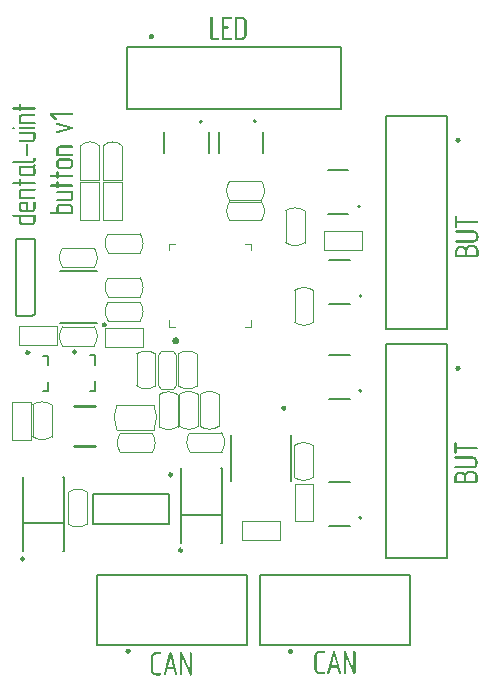
<source format=gto>
G04*
G04 #@! TF.GenerationSoftware,Altium Limited,Altium Designer,21.8.1 (53)*
G04*
G04 Layer_Color=65535*
%FSLAX44Y44*%
%MOMM*%
G71*
G04*
G04 #@! TF.SameCoordinates,996D42DF-EE5A-41D5-9054-6BF74EEE028F*
G04*
G04*
G04 #@! TF.FilePolarity,Positive*
G04*
G01*
G75*
%ADD10C,0.1000*%
%ADD11C,0.2000*%
%ADD12C,0.2500*%
%ADD13C,0.1200*%
%ADD14C,0.1270*%
%ADD15C,0.1500*%
%ADD16C,0.2540*%
G36*
X-17826Y436276D02*
X-17604Y436193D01*
X-17382Y436026D01*
X-17326Y435971D01*
X-17243Y435832D01*
X-17132Y435610D01*
X-17104Y435471D01*
X-17076Y435304D01*
Y433527D01*
X-5694D01*
X-5666D01*
X-5611D01*
X-5444Y433500D01*
X-5222Y433416D01*
X-5000Y433250D01*
X-4972Y433194D01*
X-4889Y433055D01*
X-4778Y432806D01*
X-4750Y432528D01*
Y432500D01*
X-4778Y432389D01*
X-4833Y432195D01*
X-4917Y431917D01*
X-4972Y431862D01*
X-5111Y431751D01*
X-5361Y431640D01*
X-5527Y431612D01*
X-5694Y431584D01*
X-17076D01*
Y431112D01*
X-17104Y430946D01*
X-17188Y430723D01*
X-17326Y430501D01*
X-17354D01*
X-17382Y430474D01*
X-17548Y430390D01*
X-17771Y430279D01*
X-18020Y430252D01*
X-18048D01*
X-18187Y430279D01*
X-18354Y430335D01*
X-18603Y430474D01*
X-18631D01*
X-18659Y430529D01*
X-18798Y430640D01*
X-18937Y430862D01*
X-18964Y431029D01*
X-18992Y431195D01*
Y431584D01*
X-23489D01*
X-23517D01*
X-23545D01*
X-23684Y431612D01*
X-23906Y431695D01*
X-24128Y431862D01*
X-24156D01*
X-24184Y431917D01*
X-24295Y432056D01*
X-24406Y432250D01*
X-24461Y432389D01*
Y432584D01*
X-24433Y432750D01*
X-24350Y432972D01*
X-24184Y433194D01*
Y433222D01*
X-24128Y433250D01*
X-24017Y433361D01*
X-23795Y433472D01*
X-23656Y433527D01*
X-23489D01*
X-18992D01*
Y435360D01*
X-18964Y435526D01*
X-18853Y435748D01*
X-18770Y435859D01*
X-18659Y435971D01*
Y435998D01*
X-18603Y436026D01*
X-18465Y436137D01*
X-18270Y436248D01*
X-18131Y436304D01*
X-18020D01*
X-17993D01*
X-17965D01*
X-17826Y436276D01*
D02*
G37*
G36*
X-5444Y428003D02*
X-5222Y427920D01*
X-5000Y427753D01*
X-4972Y427697D01*
X-4889Y427559D01*
X-4778Y427309D01*
X-4750Y427031D01*
Y427003D01*
X-4778Y426892D01*
X-4833Y426698D01*
X-4944Y426420D01*
X-5000Y426365D01*
X-5139Y426254D01*
X-5361Y426143D01*
X-5527Y426115D01*
X-5694Y426087D01*
X-15966D01*
X-15994D01*
X-16049D01*
X-16133Y426059D01*
X-16244D01*
X-16493Y425948D01*
X-16632Y425865D01*
X-16743Y425754D01*
X-16771Y425726D01*
X-16799Y425699D01*
X-16910Y425532D01*
X-17021Y425282D01*
X-17076Y425143D01*
Y421173D01*
X-5694D01*
X-5666D01*
X-5611D01*
X-5444Y421146D01*
X-5222Y421062D01*
X-5000Y420896D01*
X-4972Y420840D01*
X-4889Y420701D01*
X-4778Y420452D01*
X-4750Y420174D01*
Y420146D01*
X-4778Y420035D01*
X-4833Y419841D01*
X-4944Y419563D01*
X-5000Y419508D01*
X-5139Y419397D01*
X-5361Y419286D01*
X-5527Y419258D01*
X-5694Y419230D01*
X-18020D01*
X-18076D01*
X-18187Y419258D01*
X-18326Y419286D01*
X-18520Y419341D01*
X-18687Y419452D01*
X-18853Y419619D01*
X-18964Y419869D01*
X-18992Y420174D01*
Y425199D01*
X-18937Y425421D01*
X-18881Y425726D01*
X-18770Y426059D01*
X-18631Y426420D01*
X-18409Y426781D01*
X-18104Y427114D01*
X-18076Y427142D01*
X-17937Y427253D01*
X-17771Y427392D01*
X-17493Y427586D01*
X-17188Y427753D01*
X-16827Y427892D01*
X-16410Y428003D01*
X-15966Y428031D01*
X-5694D01*
X-5666D01*
X-5611D01*
X-5444Y428003D01*
D02*
G37*
G36*
X-5500Y417037D02*
X-5278Y416953D01*
X-5000Y416787D01*
Y416759D01*
X-4972Y416731D01*
X-4889Y416565D01*
X-4778Y416343D01*
X-4750Y416065D01*
Y416037D01*
X-4778Y415926D01*
X-4833Y415732D01*
X-4917Y415454D01*
X-4972Y415399D01*
X-5111Y415288D01*
X-5361Y415177D01*
X-5527Y415149D01*
X-5694Y415121D01*
X-18048D01*
X-18104D01*
X-18242Y415149D01*
X-18437Y415232D01*
X-18659Y415399D01*
X-18687D01*
X-18714Y415454D01*
X-18826Y415593D01*
X-18937Y415787D01*
X-18992Y415926D01*
Y416121D01*
X-18964Y416287D01*
X-18881Y416509D01*
X-18742Y416731D01*
Y416759D01*
X-18687Y416787D01*
X-18576Y416898D01*
X-18354Y417009D01*
X-18215Y417065D01*
X-18048D01*
X-5694D01*
X-5638D01*
X-5500Y417037D01*
D02*
G37*
G36*
X-23295D02*
X-23073Y416953D01*
X-22851Y416815D01*
X-22796Y416759D01*
X-22712Y416620D01*
X-22601Y416398D01*
X-22573Y416232D01*
X-22546Y416065D01*
Y415982D01*
X-22573Y415899D01*
Y415787D01*
X-22657Y415565D01*
X-22823Y415343D01*
X-22879Y415316D01*
X-23018Y415232D01*
X-23212Y415149D01*
X-23489Y415121D01*
X-23517D01*
X-23656Y415149D01*
X-23823Y415204D01*
X-24072Y415343D01*
X-24100D01*
X-24128Y415399D01*
X-24267Y415510D01*
X-24406Y415732D01*
X-24433Y415899D01*
X-24461Y416065D01*
Y416121D01*
X-24433Y416259D01*
X-24350Y416454D01*
X-24184Y416704D01*
Y416731D01*
X-24128Y416759D01*
X-23989Y416898D01*
X-23767Y417009D01*
X-23628Y417037D01*
X-23489Y417065D01*
X-23462D01*
X-23434D01*
X-23295Y417037D01*
D02*
G37*
G36*
X-5555Y412872D02*
X-5389Y412845D01*
X-5222Y412789D01*
X-5055Y412650D01*
X-4889Y412484D01*
X-4778Y412234D01*
X-4750Y411901D01*
Y407042D01*
X-4778Y406876D01*
X-4806Y406654D01*
X-4861Y406348D01*
X-4972Y406015D01*
X-5111Y405654D01*
X-5333Y405293D01*
X-5611Y404960D01*
X-5638Y404932D01*
X-5777Y404821D01*
X-5944Y404683D01*
X-6194Y404544D01*
X-6499Y404377D01*
X-6888Y404238D01*
X-7304Y404127D01*
X-7748Y404100D01*
X-18020D01*
X-18048D01*
X-18076D01*
X-18215Y404127D01*
X-18437Y404211D01*
X-18659Y404377D01*
X-18687D01*
X-18714Y404433D01*
X-18826Y404571D01*
X-18937Y404766D01*
X-18992Y404905D01*
Y405099D01*
X-18964Y405266D01*
X-18881Y405488D01*
X-18714Y405710D01*
Y405737D01*
X-18659Y405765D01*
X-18548Y405876D01*
X-18326Y405987D01*
X-18187Y406043D01*
X-18020D01*
X-7748D01*
X-7721D01*
X-7665D01*
X-7582Y406071D01*
X-7471D01*
X-7221Y406182D01*
X-7082Y406237D01*
X-6971Y406348D01*
Y406376D01*
X-6916Y406404D01*
X-6832Y406570D01*
X-6721Y406792D01*
X-6693Y406931D01*
X-6666Y407098D01*
Y410957D01*
X-18020D01*
X-18048D01*
X-18076D01*
X-18215Y410985D01*
X-18437Y411068D01*
X-18659Y411234D01*
X-18687D01*
X-18714Y411290D01*
X-18826Y411429D01*
X-18937Y411623D01*
X-18992Y411762D01*
Y411956D01*
X-18964Y412123D01*
X-18881Y412345D01*
X-18714Y412567D01*
Y412595D01*
X-18659Y412622D01*
X-18548Y412734D01*
X-18326Y412845D01*
X-18187Y412900D01*
X-18020D01*
X-5694D01*
X-5666D01*
X-5555Y412872D01*
D02*
G37*
G36*
X-11663Y402517D02*
X-11441Y402434D01*
X-11219Y402295D01*
X-11163Y402239D01*
X-11080Y402101D01*
X-10969Y401879D01*
X-10941Y401740D01*
X-10913Y401573D01*
Y393272D01*
X-10941Y393106D01*
X-11024Y392856D01*
X-11163Y392634D01*
X-11191D01*
X-11219Y392606D01*
X-11357Y392523D01*
X-11580Y392412D01*
X-11857Y392384D01*
X-11885D01*
X-12024Y392412D01*
X-12190Y392467D01*
X-12440Y392606D01*
X-12468D01*
X-12496Y392662D01*
X-12635Y392800D01*
X-12773Y393022D01*
X-12801Y393189D01*
X-12829Y393356D01*
Y401629D01*
X-12801Y401795D01*
X-12690Y402017D01*
X-12635Y402128D01*
X-12523Y402239D01*
Y402267D01*
X-12468Y402295D01*
X-12329Y402406D01*
X-12107Y402489D01*
X-11996Y402545D01*
X-11857D01*
X-11829D01*
X-11802D01*
X-11663Y402517D01*
D02*
G37*
G36*
X-5500Y390885D02*
X-5278Y390802D01*
X-5055Y390663D01*
X-5000Y390607D01*
X-4917Y390468D01*
X-4806Y390246D01*
X-4778Y390107D01*
X-4750Y389941D01*
Y389164D01*
X-4778Y389025D01*
X-4806Y388775D01*
X-4861Y388497D01*
X-4972Y388164D01*
X-5139Y387803D01*
X-5333Y387442D01*
X-5638Y387109D01*
X-5694Y387081D01*
X-5805Y386970D01*
X-5999Y386832D01*
X-6249Y386665D01*
X-6555Y386498D01*
X-6916Y386359D01*
X-7304Y386249D01*
X-7748Y386221D01*
X-23489D01*
X-23517D01*
X-23545D01*
X-23684Y386249D01*
X-23906Y386332D01*
X-24128Y386498D01*
X-24156D01*
X-24184Y386554D01*
X-24295Y386693D01*
X-24406Y386887D01*
X-24461Y387026D01*
Y387220D01*
X-24433Y387387D01*
X-24350Y387609D01*
X-24184Y387831D01*
Y387859D01*
X-24128Y387886D01*
X-24017Y387998D01*
X-23795Y388108D01*
X-23656Y388164D01*
X-23489D01*
X-7748D01*
X-7721D01*
X-7665D01*
X-7582Y388192D01*
X-7471D01*
X-7221Y388303D01*
X-7082Y388358D01*
X-6971Y388469D01*
Y388497D01*
X-6916Y388525D01*
X-6832Y388691D01*
X-6721Y388914D01*
X-6693Y389052D01*
X-6666Y389219D01*
Y389969D01*
X-6638Y390135D01*
X-6527Y390357D01*
X-6443Y390496D01*
X-6332Y390607D01*
Y390635D01*
X-6277Y390663D01*
X-6138Y390774D01*
X-5944Y390857D01*
X-5805Y390913D01*
X-5694D01*
X-5666D01*
X-5638D01*
X-5500Y390885D01*
D02*
G37*
G36*
X-5472Y385277D02*
X-5250Y385193D01*
X-5000Y385027D01*
X-4944Y384971D01*
X-4861Y384833D01*
X-4778Y384610D01*
X-4722Y384305D01*
X-4750Y384055D01*
Y384027D01*
X-4778Y384000D01*
X-4833Y383805D01*
X-4972Y383555D01*
X-5167Y383278D01*
X-5194Y383250D01*
X-5250Y383167D01*
X-5416Y383056D01*
X-5527Y382972D01*
X-5666Y382889D01*
X-5638Y382862D01*
X-5527Y382778D01*
X-5389Y382612D01*
X-5222Y382389D01*
X-5028Y382084D01*
X-4889Y381751D01*
X-4778Y381334D01*
X-4750Y380835D01*
Y378031D01*
X-4778Y377864D01*
X-4806Y377642D01*
X-4861Y377337D01*
X-4972Y377004D01*
X-5111Y376643D01*
X-5333Y376282D01*
X-5611Y375949D01*
X-5638Y375921D01*
X-5777Y375810D01*
X-5944Y375671D01*
X-6194Y375532D01*
X-6499Y375366D01*
X-6888Y375227D01*
X-7304Y375116D01*
X-7748Y375088D01*
X-15966D01*
X-16021D01*
X-16160Y375116D01*
X-16382Y375144D01*
X-16660Y375199D01*
X-16965Y375282D01*
X-17326Y375449D01*
X-17687Y375643D01*
X-18048Y375921D01*
X-18076Y375949D01*
X-18187Y376087D01*
X-18354Y376254D01*
X-18520Y376504D01*
X-18687Y376837D01*
X-18853Y377198D01*
X-18964Y377614D01*
X-18992Y378086D01*
Y382945D01*
X-18964Y383056D01*
X-18937Y383195D01*
X-18881Y383389D01*
X-18742Y383583D01*
X-18576Y383722D01*
X-18354Y383833D01*
X-18020Y383889D01*
X-7748D01*
X-7721D01*
X-7693D01*
X-7526Y383916D01*
X-7304Y383972D01*
X-6999Y384111D01*
X-6971Y384138D01*
X-6860Y384222D01*
X-6721Y384388D01*
X-6582Y384610D01*
Y384638D01*
X-6527Y384721D01*
X-6471Y384833D01*
X-6388Y384971D01*
X-6277Y385082D01*
X-6110Y385193D01*
X-5916Y385277D01*
X-5694Y385304D01*
X-5666D01*
X-5638D01*
X-5472Y385277D01*
D02*
G37*
G36*
X-17826Y373034D02*
X-17604Y372950D01*
X-17382Y372784D01*
X-17326Y372728D01*
X-17243Y372589D01*
X-17132Y372367D01*
X-17104Y372229D01*
X-17076Y372062D01*
Y370285D01*
X-5694D01*
X-5666D01*
X-5611D01*
X-5444Y370257D01*
X-5222Y370174D01*
X-5000Y370008D01*
X-4972Y369952D01*
X-4889Y369813D01*
X-4778Y369563D01*
X-4750Y369286D01*
Y369258D01*
X-4778Y369147D01*
X-4833Y368953D01*
X-4917Y368675D01*
X-4972Y368619D01*
X-5111Y368508D01*
X-5361Y368397D01*
X-5527Y368370D01*
X-5694Y368342D01*
X-17076D01*
Y367870D01*
X-17104Y367703D01*
X-17188Y367481D01*
X-17326Y367259D01*
X-17354D01*
X-17382Y367231D01*
X-17548Y367148D01*
X-17771Y367037D01*
X-18020Y367009D01*
X-18048D01*
X-18187Y367037D01*
X-18354Y367093D01*
X-18603Y367231D01*
X-18631D01*
X-18659Y367287D01*
X-18798Y367398D01*
X-18937Y367620D01*
X-18964Y367787D01*
X-18992Y367953D01*
Y368342D01*
X-23489D01*
X-23517D01*
X-23545D01*
X-23684Y368370D01*
X-23906Y368453D01*
X-24128Y368619D01*
X-24156D01*
X-24184Y368675D01*
X-24295Y368814D01*
X-24406Y369008D01*
X-24461Y369147D01*
Y369341D01*
X-24433Y369508D01*
X-24350Y369730D01*
X-24184Y369952D01*
Y369980D01*
X-24128Y370008D01*
X-24017Y370119D01*
X-23795Y370230D01*
X-23656Y370285D01*
X-23489D01*
X-18992D01*
Y372118D01*
X-18964Y372284D01*
X-18853Y372506D01*
X-18770Y372617D01*
X-18659Y372728D01*
Y372756D01*
X-18603Y372784D01*
X-18465Y372895D01*
X-18270Y373006D01*
X-18131Y373061D01*
X-18020D01*
X-17993D01*
X-17965D01*
X-17826Y373034D01*
D02*
G37*
G36*
X-5444Y364761D02*
X-5222Y364677D01*
X-5000Y364511D01*
X-4972Y364455D01*
X-4889Y364316D01*
X-4778Y364067D01*
X-4750Y363789D01*
Y363761D01*
X-4778Y363650D01*
X-4833Y363456D01*
X-4944Y363178D01*
X-5000Y363122D01*
X-5139Y363012D01*
X-5361Y362900D01*
X-5527Y362873D01*
X-5694Y362845D01*
X-15966D01*
X-15994D01*
X-16049D01*
X-16133Y362817D01*
X-16244D01*
X-16493Y362706D01*
X-16632Y362623D01*
X-16743Y362512D01*
X-16771Y362484D01*
X-16799Y362456D01*
X-16910Y362290D01*
X-17021Y362040D01*
X-17076Y361901D01*
Y357931D01*
X-5694D01*
X-5666D01*
X-5611D01*
X-5444Y357903D01*
X-5222Y357820D01*
X-5000Y357653D01*
X-4972Y357598D01*
X-4889Y357459D01*
X-4778Y357209D01*
X-4750Y356932D01*
Y356904D01*
X-4778Y356793D01*
X-4833Y356598D01*
X-4944Y356321D01*
X-5000Y356265D01*
X-5139Y356154D01*
X-5361Y356043D01*
X-5527Y356015D01*
X-5694Y355988D01*
X-18020D01*
X-18076D01*
X-18187Y356015D01*
X-18326Y356043D01*
X-18520Y356099D01*
X-18687Y356210D01*
X-18853Y356376D01*
X-18964Y356626D01*
X-18992Y356932D01*
Y361956D01*
X-18937Y362179D01*
X-18881Y362484D01*
X-18770Y362817D01*
X-18631Y363178D01*
X-18409Y363539D01*
X-18104Y363872D01*
X-18076Y363900D01*
X-17937Y364011D01*
X-17771Y364150D01*
X-17493Y364344D01*
X-17188Y364511D01*
X-16827Y364650D01*
X-16410Y364761D01*
X-15966Y364788D01*
X-5694D01*
X-5666D01*
X-5611D01*
X-5444Y364761D01*
D02*
G37*
G36*
X-5500Y353767D02*
X-5278Y353683D01*
X-5055Y353517D01*
X-5000Y353461D01*
X-4917Y353322D01*
X-4806Y353100D01*
X-4778Y352962D01*
X-4750Y352795D01*
Y347937D01*
X-4778Y347770D01*
X-4806Y347548D01*
X-4861Y347243D01*
X-4972Y346909D01*
X-5111Y346549D01*
X-5333Y346188D01*
X-5611Y345854D01*
X-5638Y345827D01*
X-5777Y345716D01*
X-5944Y345577D01*
X-6194Y345438D01*
X-6499Y345271D01*
X-6888Y345133D01*
X-7304Y345022D01*
X-7748Y344994D01*
X-15966D01*
X-16021D01*
X-16160Y345022D01*
X-16382Y345049D01*
X-16660Y345105D01*
X-16965Y345188D01*
X-17326Y345355D01*
X-17687Y345549D01*
X-18048Y345827D01*
X-18076Y345854D01*
X-18187Y345993D01*
X-18354Y346160D01*
X-18520Y346410D01*
X-18687Y346743D01*
X-18853Y347104D01*
X-18964Y347520D01*
X-18992Y347992D01*
Y350963D01*
X-18937Y351185D01*
X-18881Y351490D01*
X-18770Y351823D01*
X-18631Y352184D01*
X-18409Y352545D01*
X-18104Y352906D01*
X-18076Y352934D01*
X-17937Y353045D01*
X-17771Y353184D01*
X-17493Y353350D01*
X-17188Y353517D01*
X-16827Y353656D01*
X-16410Y353767D01*
X-15966Y353794D01*
X-11857D01*
X-11829D01*
X-11718Y353767D01*
X-11552Y353739D01*
X-11385Y353656D01*
X-11219Y353545D01*
X-11052Y353350D01*
X-10941Y353100D01*
X-10913Y352767D01*
Y346937D01*
X-7748D01*
X-7721D01*
X-7665D01*
X-7582Y346965D01*
X-7471D01*
X-7221Y347076D01*
X-7082Y347132D01*
X-6971Y347243D01*
Y347270D01*
X-6916Y347298D01*
X-6832Y347465D01*
X-6721Y347687D01*
X-6693Y347826D01*
X-6666Y347992D01*
Y352850D01*
X-6638Y353017D01*
X-6527Y353239D01*
X-6471Y353350D01*
X-6360Y353461D01*
Y353489D01*
X-6305Y353517D01*
X-6166Y353628D01*
X-5944Y353739D01*
X-5833Y353794D01*
X-5694D01*
X-5666D01*
X-5638D01*
X-5500Y353767D01*
D02*
G37*
G36*
X-5555Y342773D02*
X-5389Y342745D01*
X-5222Y342690D01*
X-5055Y342551D01*
X-4889Y342384D01*
X-4778Y342134D01*
X-4750Y341801D01*
Y336970D01*
X-4778Y336804D01*
X-4806Y336582D01*
X-4861Y336277D01*
X-4972Y335943D01*
X-5111Y335582D01*
X-5333Y335221D01*
X-5611Y334861D01*
X-5638Y334833D01*
X-5777Y334722D01*
X-5972Y334583D01*
X-6221Y334444D01*
X-6527Y334278D01*
X-6888Y334139D01*
X-7304Y334028D01*
X-7748Y334000D01*
X-15966D01*
X-15994D01*
X-16021D01*
X-16188Y334028D01*
X-16410Y334055D01*
X-16716Y334111D01*
X-17049Y334222D01*
X-17410Y334361D01*
X-17771Y334583D01*
X-18104Y334861D01*
X-18131Y334888D01*
X-18242Y335027D01*
X-18381Y335221D01*
X-18548Y335471D01*
X-18714Y335777D01*
X-18853Y336138D01*
X-18964Y336554D01*
X-18992Y337026D01*
Y340857D01*
X-23489D01*
X-23517D01*
X-23545D01*
X-23684Y340885D01*
X-23906Y340968D01*
X-24128Y341135D01*
X-24156D01*
X-24184Y341190D01*
X-24295Y341329D01*
X-24406Y341524D01*
X-24461Y341662D01*
Y341857D01*
X-24433Y342023D01*
X-24350Y342245D01*
X-24184Y342467D01*
Y342495D01*
X-24128Y342523D01*
X-24017Y342634D01*
X-23795Y342745D01*
X-23656Y342801D01*
X-23489D01*
X-5694D01*
X-5666D01*
X-5555Y342773D01*
D02*
G37*
G36*
X26306Y428757D02*
X26528Y428674D01*
X26750Y428508D01*
X26778Y428452D01*
X26861Y428313D01*
X26972Y428063D01*
X27000Y427786D01*
Y427758D01*
X26972Y427647D01*
X26917Y427453D01*
X26833Y427175D01*
X26778Y427119D01*
X26639Y427008D01*
X26389Y426897D01*
X26223Y426870D01*
X26056Y426842D01*
X10176D01*
X13036Y424371D01*
X13091Y424315D01*
X13174Y424177D01*
X13258Y423982D01*
X13313Y423705D01*
Y423649D01*
X13285Y423455D01*
X13202Y423233D01*
X13036Y423011D01*
X12980Y422955D01*
X12841Y422872D01*
X12619Y422789D01*
X12342Y422733D01*
X12314D01*
X12203Y422761D01*
X12008Y422844D01*
X11870Y422900D01*
X11703Y422983D01*
X7566Y427092D01*
X7511Y427147D01*
X7428Y427286D01*
X7344Y427480D01*
X7289Y427758D01*
Y427841D01*
X7317Y428008D01*
X7400Y428230D01*
X7566Y428480D01*
Y428508D01*
X7622Y428535D01*
X7733Y428646D01*
X7955Y428730D01*
X8094Y428785D01*
X8233D01*
X26056D01*
X26084D01*
X26139D01*
X26306Y428757D01*
D02*
G37*
G36*
X13980Y420484D02*
X14063Y420457D01*
X26223Y417042D01*
X26250D01*
X26334Y416986D01*
X26472Y416931D01*
X26611Y416847D01*
X26750Y416709D01*
X26889Y416542D01*
X26972Y416348D01*
X27000Y416098D01*
Y416042D01*
X26972Y415904D01*
X26917Y415737D01*
X26833Y415543D01*
X26806Y415515D01*
X26695Y415404D01*
X26500Y415293D01*
X26223Y415154D01*
X13980Y411739D01*
X13730Y411711D01*
X13702D01*
X13674D01*
X13535Y411739D01*
X13341Y411823D01*
X13091Y411989D01*
X13063D01*
X13036Y412045D01*
X12924Y412183D01*
X12814Y412406D01*
X12758Y412544D01*
Y412739D01*
X12786Y412850D01*
X12814Y412989D01*
X12924Y413155D01*
X12952Y413211D01*
X13036Y413322D01*
X13202Y413461D01*
X13341Y413544D01*
X13480Y413627D01*
X23113Y416098D01*
X13507Y418569D01*
X13452Y418596D01*
X13341Y418652D01*
X13174Y418735D01*
X13008Y418874D01*
X12980Y418930D01*
X12897Y419041D01*
X12814Y419235D01*
X12758Y419485D01*
Y419568D01*
X12786Y419735D01*
X12869Y419985D01*
X13036Y420207D01*
Y420234D01*
X13091Y420262D01*
X13202Y420373D01*
X13424Y420457D01*
X13563Y420512D01*
X13702D01*
X13757D01*
X13841D01*
X13980Y420484D01*
D02*
G37*
G36*
X26306Y401245D02*
X26528Y401162D01*
X26750Y400995D01*
X26778Y400940D01*
X26861Y400801D01*
X26972Y400551D01*
X27000Y400273D01*
Y400246D01*
X26972Y400135D01*
X26917Y399940D01*
X26806Y399663D01*
X26750Y399607D01*
X26611Y399496D01*
X26389Y399385D01*
X26223Y399357D01*
X26056Y399329D01*
X15784D01*
X15756D01*
X15701D01*
X15618Y399302D01*
X15506D01*
X15257Y399191D01*
X15118Y399107D01*
X15007Y398996D01*
X14979Y398969D01*
X14951Y398941D01*
X14840Y398774D01*
X14729Y398524D01*
X14674Y398386D01*
Y394416D01*
X26056D01*
X26084D01*
X26139D01*
X26306Y394388D01*
X26528Y394305D01*
X26750Y394138D01*
X26778Y394082D01*
X26861Y393944D01*
X26972Y393694D01*
X27000Y393416D01*
Y393388D01*
X26972Y393277D01*
X26917Y393083D01*
X26806Y392805D01*
X26750Y392750D01*
X26611Y392639D01*
X26389Y392528D01*
X26223Y392500D01*
X26056Y392472D01*
X13730D01*
X13674D01*
X13563Y392500D01*
X13424Y392528D01*
X13230Y392583D01*
X13063Y392694D01*
X12897Y392861D01*
X12786Y393111D01*
X12758Y393416D01*
Y398441D01*
X12814Y398663D01*
X12869Y398969D01*
X12980Y399302D01*
X13119Y399663D01*
X13341Y400024D01*
X13646Y400357D01*
X13674Y400384D01*
X13813Y400495D01*
X13980Y400634D01*
X14257Y400829D01*
X14562Y400995D01*
X14923Y401134D01*
X15340Y401245D01*
X15784Y401273D01*
X26056D01*
X26084D01*
X26139D01*
X26306Y401245D01*
D02*
G37*
G36*
X24446Y390224D02*
X24723Y390168D01*
X25084Y390057D01*
X25417Y389918D01*
X25778Y389696D01*
X26139Y389391D01*
X26167Y389363D01*
X26278Y389224D01*
X26417Y389030D01*
X26556Y388780D01*
X26722Y388475D01*
X26861Y388114D01*
X26972Y387697D01*
X27000Y387225D01*
Y384421D01*
X26972Y384255D01*
X26944Y384033D01*
X26889Y383727D01*
X26778Y383394D01*
X26639Y383033D01*
X26417Y382672D01*
X26139Y382339D01*
X26112Y382311D01*
X25973Y382200D01*
X25806Y382061D01*
X25556Y381923D01*
X25251Y381756D01*
X24862Y381617D01*
X24446Y381506D01*
X24002Y381478D01*
X15784D01*
X15728D01*
X15590Y381506D01*
X15368Y381534D01*
X15090Y381590D01*
X14785Y381673D01*
X14424Y381839D01*
X14063Y382034D01*
X13702Y382311D01*
X13674Y382339D01*
X13563Y382478D01*
X13397Y382644D01*
X13230Y382894D01*
X13063Y383227D01*
X12897Y383588D01*
X12786Y384005D01*
X12758Y384477D01*
Y387447D01*
X12814Y387669D01*
X12869Y387975D01*
X12980Y388308D01*
X13119Y388669D01*
X13341Y389030D01*
X13646Y389363D01*
X13674Y389391D01*
X13813Y389502D01*
X13980Y389641D01*
X14257Y389835D01*
X14562Y390001D01*
X14923Y390140D01*
X15340Y390251D01*
X15784Y390279D01*
X24002D01*
X24057D01*
X24196D01*
X24446Y390224D01*
D02*
G37*
G36*
X13924Y379285D02*
X14146Y379202D01*
X14368Y379035D01*
X14424Y378980D01*
X14507Y378841D01*
X14618Y378619D01*
X14646Y378480D01*
X14674Y378313D01*
Y376537D01*
X26056D01*
X26084D01*
X26139D01*
X26306Y376509D01*
X26528Y376426D01*
X26750Y376259D01*
X26778Y376204D01*
X26861Y376065D01*
X26972Y375815D01*
X27000Y375537D01*
Y375509D01*
X26972Y375398D01*
X26917Y375204D01*
X26833Y374926D01*
X26778Y374871D01*
X26639Y374760D01*
X26389Y374649D01*
X26223Y374621D01*
X26056Y374593D01*
X14674D01*
Y374121D01*
X14646Y373955D01*
X14562Y373733D01*
X14424Y373511D01*
X14396D01*
X14368Y373483D01*
X14202Y373400D01*
X13980Y373289D01*
X13730Y373261D01*
X13702D01*
X13563Y373289D01*
X13397Y373344D01*
X13147Y373483D01*
X13119D01*
X13091Y373538D01*
X12952Y373649D01*
X12814Y373872D01*
X12786Y374038D01*
X12758Y374205D01*
Y374593D01*
X8260D01*
X8233D01*
X8205D01*
X8066Y374621D01*
X7844Y374704D01*
X7622Y374871D01*
X7594D01*
X7566Y374926D01*
X7455Y375065D01*
X7344Y375260D01*
X7289Y375398D01*
Y375593D01*
X7317Y375759D01*
X7400Y375981D01*
X7566Y376204D01*
Y376231D01*
X7622Y376259D01*
X7733Y376370D01*
X7955Y376481D01*
X8094Y376537D01*
X8260D01*
X12758D01*
Y378369D01*
X12786Y378536D01*
X12897Y378758D01*
X12980Y378869D01*
X13091Y378980D01*
Y379008D01*
X13147Y379035D01*
X13285Y379146D01*
X13480Y379257D01*
X13619Y379313D01*
X13730D01*
X13757D01*
X13785D01*
X13924Y379285D01*
D02*
G37*
G36*
Y371040D02*
X14146Y370956D01*
X14368Y370790D01*
X14424Y370734D01*
X14507Y370596D01*
X14618Y370373D01*
X14646Y370235D01*
X14674Y370068D01*
Y368291D01*
X26056D01*
X26084D01*
X26139D01*
X26306Y368264D01*
X26528Y368180D01*
X26750Y368014D01*
X26778Y367958D01*
X26861Y367819D01*
X26972Y367570D01*
X27000Y367292D01*
Y367264D01*
X26972Y367153D01*
X26917Y366959D01*
X26833Y366681D01*
X26778Y366626D01*
X26639Y366515D01*
X26389Y366404D01*
X26223Y366376D01*
X26056Y366348D01*
X14674D01*
Y365876D01*
X14646Y365709D01*
X14562Y365487D01*
X14424Y365265D01*
X14396D01*
X14368Y365238D01*
X14202Y365154D01*
X13980Y365043D01*
X13730Y365015D01*
X13702D01*
X13563Y365043D01*
X13397Y365099D01*
X13147Y365238D01*
X13119D01*
X13091Y365293D01*
X12952Y365404D01*
X12814Y365626D01*
X12786Y365793D01*
X12758Y365959D01*
Y366348D01*
X8260D01*
X8233D01*
X8205D01*
X8066Y366376D01*
X7844Y366459D01*
X7622Y366626D01*
X7594D01*
X7566Y366681D01*
X7455Y366820D01*
X7344Y367014D01*
X7289Y367153D01*
Y367347D01*
X7317Y367514D01*
X7400Y367736D01*
X7566Y367958D01*
Y367986D01*
X7622Y368014D01*
X7733Y368125D01*
X7955Y368236D01*
X8094Y368291D01*
X8260D01*
X12758D01*
Y370124D01*
X12786Y370290D01*
X12897Y370512D01*
X12980Y370623D01*
X13091Y370734D01*
Y370762D01*
X13147Y370790D01*
X13285Y370901D01*
X13480Y371012D01*
X13619Y371068D01*
X13730D01*
X13757D01*
X13785D01*
X13924Y371040D01*
D02*
G37*
G36*
X26195Y362767D02*
X26361Y362739D01*
X26528Y362683D01*
X26695Y362545D01*
X26861Y362378D01*
X26972Y362128D01*
X27000Y361795D01*
Y356937D01*
X26972Y356770D01*
X26944Y356548D01*
X26889Y356243D01*
X26778Y355909D01*
X26639Y355549D01*
X26417Y355188D01*
X26139Y354855D01*
X26112Y354827D01*
X25973Y354716D01*
X25806Y354577D01*
X25556Y354438D01*
X25251Y354272D01*
X24862Y354133D01*
X24446Y354022D01*
X24002Y353994D01*
X13730D01*
X13702D01*
X13674D01*
X13535Y354022D01*
X13313Y354105D01*
X13091Y354272D01*
X13063D01*
X13036Y354327D01*
X12924Y354466D01*
X12814Y354660D01*
X12758Y354799D01*
Y354993D01*
X12786Y355160D01*
X12869Y355382D01*
X13036Y355604D01*
Y355632D01*
X13091Y355660D01*
X13202Y355771D01*
X13424Y355882D01*
X13563Y355937D01*
X13730D01*
X24002D01*
X24029D01*
X24085D01*
X24168Y355965D01*
X24279D01*
X24529Y356076D01*
X24668Y356132D01*
X24779Y356243D01*
Y356270D01*
X24834Y356298D01*
X24918Y356465D01*
X25029Y356687D01*
X25057Y356826D01*
X25084Y356992D01*
Y360851D01*
X13730D01*
X13702D01*
X13674D01*
X13535Y360879D01*
X13313Y360962D01*
X13091Y361129D01*
X13063D01*
X13036Y361184D01*
X12924Y361323D01*
X12814Y361517D01*
X12758Y361656D01*
Y361851D01*
X12786Y362017D01*
X12869Y362239D01*
X13036Y362461D01*
Y362489D01*
X13091Y362517D01*
X13202Y362628D01*
X13424Y362739D01*
X13563Y362794D01*
X13730D01*
X26056D01*
X26084D01*
X26195Y362767D01*
D02*
G37*
G36*
X24446Y351745D02*
X24723Y351690D01*
X25057Y351578D01*
X25417Y351440D01*
X25778Y351218D01*
X26112Y350912D01*
X26139Y350885D01*
X26250Y350746D01*
X26389Y350579D01*
X26556Y350329D01*
X26722Y349996D01*
X26861Y349635D01*
X26972Y349191D01*
X27000Y348719D01*
Y343916D01*
X26972Y343805D01*
X26944Y343638D01*
X26889Y343472D01*
X26778Y343305D01*
X26611Y343139D01*
X26361Y343028D01*
X26056Y343000D01*
X8260D01*
X8233D01*
X8205D01*
X8066Y343028D01*
X7844Y343111D01*
X7622Y343278D01*
X7594D01*
X7566Y343333D01*
X7455Y343472D01*
X7344Y343666D01*
X7289Y343805D01*
Y343999D01*
X7317Y344166D01*
X7400Y344388D01*
X7566Y344610D01*
Y344638D01*
X7622Y344666D01*
X7733Y344777D01*
X7955Y344888D01*
X8094Y344943D01*
X8260D01*
X12758D01*
Y348941D01*
X12814Y349163D01*
X12869Y349469D01*
X12980Y349802D01*
X13119Y350163D01*
X13341Y350524D01*
X13646Y350885D01*
X13674Y350912D01*
X13813Y351023D01*
X13980Y351162D01*
X14257Y351356D01*
X14562Y351523D01*
X14923Y351662D01*
X15340Y351773D01*
X15784Y351801D01*
X24002D01*
X24057D01*
X24196D01*
X24446Y351745D01*
D02*
G37*
G36*
X114408Y238888D02*
X114667Y238824D01*
X115315Y238629D01*
X115639Y238370D01*
X116028Y238111D01*
X116093Y238046D01*
X116158Y237981D01*
X116352Y237787D01*
X116482Y237528D01*
X116676Y237204D01*
X116870Y236815D01*
X116935Y236361D01*
X117000Y235843D01*
Y235584D01*
X116935Y235325D01*
X116870Y235065D01*
X116676Y234288D01*
X116482Y233964D01*
X116222Y233640D01*
X116158Y233575D01*
X116028Y233510D01*
X115834Y233381D01*
X115575Y233251D01*
X114862Y232927D01*
X114473Y232862D01*
X114019Y232798D01*
X113955D01*
X113890D01*
X113501Y232862D01*
X112918Y233122D01*
X112529Y233251D01*
X112140Y233510D01*
X112076Y233575D01*
X111946Y233640D01*
X111752Y233834D01*
X111557Y234093D01*
X111363Y234417D01*
X111168Y234806D01*
X111039Y235325D01*
X110974Y235843D01*
Y236037D01*
X111039Y236297D01*
X111104Y236556D01*
X111233Y236880D01*
X111363Y237269D01*
X111622Y237592D01*
X111946Y237981D01*
X112011Y238046D01*
X112076Y238111D01*
X112270Y238305D01*
X112529Y238500D01*
X113177Y238824D01*
X113566Y238888D01*
X114019Y238953D01*
X114084D01*
X114214D01*
X114408Y238888D01*
D02*
G37*
G36*
X169902Y510433D02*
X170068D01*
X170235Y510406D01*
X170651Y510295D01*
X171151Y510156D01*
X171679Y509906D01*
X172206Y509600D01*
X172456Y509378D01*
X172706Y509156D01*
X172733Y509129D01*
X172761Y509101D01*
X172928Y508934D01*
X173122Y508657D01*
X173372Y508296D01*
X173622Y507851D01*
X173844Y507324D01*
X173983Y506713D01*
X174011Y506408D01*
X174038Y506075D01*
Y495109D01*
Y495081D01*
Y495025D01*
Y494942D01*
X174011Y494803D01*
Y494664D01*
X173983Y494470D01*
X173872Y494054D01*
X173733Y493582D01*
X173483Y493054D01*
X173178Y492527D01*
X172956Y492277D01*
X172733Y492027D01*
X172706D01*
X172678Y491972D01*
X172595Y491916D01*
X172511Y491833D01*
X172234Y491611D01*
X171873Y491389D01*
X171401Y491166D01*
X170873Y490944D01*
X170263Y490806D01*
X169930Y490778D01*
X169596Y490750D01*
X164766D01*
X164655Y490778D01*
X164488Y490806D01*
X164321Y490861D01*
X164155Y490972D01*
X163988Y491139D01*
X163877Y491389D01*
X163850Y491694D01*
Y509490D01*
Y509545D01*
X163877Y509656D01*
X163905Y509795D01*
X163961Y509989D01*
X164072Y510156D01*
X164238Y510322D01*
X164488Y510433D01*
X164793Y510461D01*
X169763D01*
X169902Y510433D01*
D02*
G37*
G36*
X160907D02*
X161129Y510322D01*
X161240Y510267D01*
X161351Y510156D01*
X161379D01*
X161406Y510100D01*
X161518Y509961D01*
X161601Y509739D01*
X161656Y509628D01*
Y509490D01*
Y509462D01*
Y509434D01*
X161629Y509295D01*
X161545Y509073D01*
X161406Y508851D01*
X161351Y508795D01*
X161212Y508712D01*
X160990Y508601D01*
X160851Y508573D01*
X160685Y508546D01*
X154827D01*
Y502216D01*
X157992D01*
X158158Y502188D01*
X158380Y502077D01*
X158491Y502021D01*
X158603Y501910D01*
X158630D01*
X158658Y501855D01*
X158769Y501716D01*
X158880Y501494D01*
X158936Y501383D01*
Y501244D01*
Y501216D01*
Y501189D01*
X158908Y501050D01*
X158825Y500828D01*
X158658Y500606D01*
X158603Y500550D01*
X158464Y500467D01*
X158242Y500356D01*
X158103Y500328D01*
X157936Y500300D01*
X154827D01*
Y492666D01*
X160740D01*
X160907Y492638D01*
X161129Y492527D01*
X161240Y492471D01*
X161351Y492360D01*
X161379D01*
X161406Y492305D01*
X161518Y492166D01*
X161601Y491944D01*
X161656Y491833D01*
Y491694D01*
Y491666D01*
Y491638D01*
X161629Y491500D01*
X161545Y491278D01*
X161406Y491055D01*
X161351Y491000D01*
X161212Y490917D01*
X160990Y490806D01*
X160851Y490778D01*
X160685Y490750D01*
X153800D01*
X153689Y490778D01*
X153522Y490806D01*
X153355Y490861D01*
X153189Y490972D01*
X153022Y491139D01*
X152911Y491389D01*
X152884Y491694D01*
Y509490D01*
Y509545D01*
X152911Y509656D01*
X152939Y509795D01*
X152994Y509989D01*
X153106Y510156D01*
X153272Y510322D01*
X153522Y510433D01*
X153827Y510461D01*
X160740D01*
X160907Y510433D01*
D02*
G37*
G36*
X144416D02*
X144638Y510350D01*
X144860Y510183D01*
X144888D01*
X144916Y510128D01*
X145027Y510017D01*
X145138Y509795D01*
X145193Y509656D01*
Y509490D01*
Y492666D01*
X149746D01*
X149913Y492638D01*
X150135Y492527D01*
X150246Y492471D01*
X150357Y492360D01*
X150385D01*
X150413Y492305D01*
X150524Y492166D01*
X150607Y491944D01*
X150662Y491833D01*
Y491694D01*
Y491666D01*
Y491638D01*
X150635Y491500D01*
X150552Y491278D01*
X150413Y491055D01*
X150357Y491000D01*
X150218Y490917D01*
X149996Y490806D01*
X149857Y490778D01*
X149691Y490750D01*
X144166D01*
X144055Y490778D01*
X143889Y490806D01*
X143722Y490861D01*
X143555Y490972D01*
X143389Y491139D01*
X143278Y491389D01*
X143250Y491694D01*
Y509490D01*
Y509517D01*
Y509545D01*
X143278Y509684D01*
X143361Y509906D01*
X143528Y510128D01*
Y510156D01*
X143583Y510183D01*
X143722Y510295D01*
X143916Y510406D01*
X144055Y510461D01*
X144249D01*
X144416Y510433D01*
D02*
G37*
G36*
X351705Y341592D02*
X351927Y341508D01*
X352149Y341342D01*
X352205Y341286D01*
X352288Y341147D01*
X352399Y340925D01*
X352427Y340787D01*
X352454Y340620D01*
Y337510D01*
X369306D01*
X369334D01*
X369389D01*
X369556Y337483D01*
X369778Y337399D01*
X370000Y337233D01*
X370028Y337177D01*
X370111Y337039D01*
X370222Y336789D01*
X370250Y336511D01*
Y336483D01*
X370222Y336372D01*
X370167Y336178D01*
X370083Y335900D01*
X370028Y335845D01*
X369889Y335734D01*
X369639Y335623D01*
X369473Y335595D01*
X369306Y335567D01*
X352454D01*
Y332319D01*
X352427Y332152D01*
X352343Y331930D01*
X352205Y331708D01*
X352177D01*
X352149Y331680D01*
X352010Y331597D01*
X351788Y331486D01*
X351511Y331458D01*
X351483D01*
X351344Y331486D01*
X351177Y331542D01*
X350928Y331680D01*
X350900D01*
X350872Y331736D01*
X350733Y331847D01*
X350594Y332069D01*
X350567Y332236D01*
X350539Y332402D01*
Y340675D01*
X350567Y340842D01*
X350678Y341064D01*
X350733Y341203D01*
X350844Y341314D01*
Y341342D01*
X350900Y341370D01*
X351039Y341480D01*
X351261Y341564D01*
X351372Y341619D01*
X351511D01*
X351538D01*
X351566D01*
X351705Y341592D01*
D02*
G37*
G36*
X366197Y329265D02*
X366335D01*
X366530Y329237D01*
X366946Y329126D01*
X367418Y328988D01*
X367946Y328738D01*
X368473Y328432D01*
X368723Y328210D01*
X368973Y327988D01*
Y327960D01*
X369029Y327933D01*
X369084Y327849D01*
X369167Y327766D01*
X369389Y327488D01*
X369612Y327127D01*
X369834Y326656D01*
X370056Y326128D01*
X370195Y325517D01*
X370222Y325184D01*
X370250Y324851D01*
Y323324D01*
X370222Y323213D01*
Y323046D01*
X370195Y322880D01*
X370083Y322463D01*
X369945Y321992D01*
X369723Y321492D01*
X369417Y320964D01*
X369223Y320687D01*
X369001Y320437D01*
X368973Y320409D01*
X368945Y320381D01*
X368862Y320326D01*
X368779Y320242D01*
X368501Y320020D01*
X368140Y319771D01*
X367668Y319521D01*
X367141Y319326D01*
X366558Y319160D01*
X366225Y319132D01*
X365891Y319104D01*
X351511D01*
X351483D01*
X351455D01*
X351316Y319132D01*
X351094Y319215D01*
X350872Y319382D01*
X350844D01*
X350816Y319437D01*
X350705Y319576D01*
X350594Y319771D01*
X350539Y319909D01*
Y320104D01*
X350567Y320270D01*
X350650Y320492D01*
X350816Y320714D01*
Y320742D01*
X350872Y320770D01*
X350983Y320881D01*
X351205Y320992D01*
X351344Y321048D01*
X351511D01*
X365891D01*
X365947D01*
X366058D01*
X366252Y321075D01*
X366474Y321131D01*
X366752Y321214D01*
X367030Y321353D01*
X367335Y321520D01*
X367613Y321769D01*
X367640Y321797D01*
X367724Y321908D01*
X367835Y322047D01*
X367974Y322269D01*
X368112Y322519D01*
X368223Y322824D01*
X368307Y323130D01*
X368334Y323491D01*
Y325018D01*
X368307Y325212D01*
X368251Y325434D01*
X368168Y325712D01*
X368029Y326017D01*
X367863Y326322D01*
X367640Y326600D01*
X367613Y326628D01*
X367502Y326711D01*
X367363Y326850D01*
X367168Y326989D01*
X366918Y327100D01*
X366613Y327239D01*
X366280Y327322D01*
X365891Y327350D01*
X351511D01*
X351483D01*
X351455D01*
X351316Y327377D01*
X351094Y327461D01*
X350872Y327627D01*
X350844D01*
X350816Y327683D01*
X350705Y327822D01*
X350594Y328016D01*
X350539Y328155D01*
Y328349D01*
X350567Y328516D01*
X350650Y328738D01*
X350816Y328960D01*
Y328988D01*
X350872Y329015D01*
X350983Y329126D01*
X351205Y329237D01*
X351344Y329293D01*
X351511D01*
X365891D01*
X365919D01*
X365975D01*
X366058D01*
X366197Y329265D01*
D02*
G37*
G36*
Y316911D02*
X366335D01*
X366502Y316855D01*
X366918Y316772D01*
X367418Y316606D01*
X367918Y316356D01*
X368168Y316189D01*
X368446Y316023D01*
X368695Y315800D01*
X368945Y315551D01*
Y315523D01*
X369001Y315495D01*
X369056Y315412D01*
X369140Y315301D01*
X369362Y315023D01*
X369584Y314662D01*
X369834Y314218D01*
X370056Y313691D01*
X370195Y313108D01*
X370222Y312802D01*
X370250Y312497D01*
Y307666D01*
X370222Y307555D01*
X370195Y307388D01*
X370139Y307222D01*
X370028Y307055D01*
X369861Y306889D01*
X369612Y306778D01*
X369306Y306750D01*
X351511D01*
X351455D01*
X351344Y306778D01*
X351205Y306805D01*
X351011Y306861D01*
X350844Y306972D01*
X350678Y307139D01*
X350567Y307388D01*
X350539Y307694D01*
Y311997D01*
X350567Y312136D01*
Y312275D01*
X350594Y312469D01*
X350678Y312885D01*
X350844Y313357D01*
X351066Y313857D01*
X351344Y314357D01*
X351538Y314607D01*
X351760Y314829D01*
X351788Y314857D01*
X351871Y314968D01*
X352010Y315106D01*
X352205Y315273D01*
X352427Y315440D01*
X352677Y315634D01*
X352954Y315800D01*
X353260Y315939D01*
X354037Y316161D01*
X354509Y316245D01*
X354953D01*
X356313D01*
X356369D01*
X356480D01*
X356702Y316217D01*
X356952Y316189D01*
X357229Y316134D01*
X357563Y316078D01*
X357868Y315967D01*
X358201Y315828D01*
X358229Y315800D01*
X358340Y315745D01*
X358479Y315662D01*
X358673Y315551D01*
X358867Y315384D01*
X359090Y315190D01*
X359284Y314968D01*
X359478Y314690D01*
X359506Y314718D01*
X359534Y314829D01*
X359645Y314995D01*
X359784Y315217D01*
X359978Y315467D01*
X360228Y315717D01*
X360533Y315995D01*
X360922Y316245D01*
X360977Y316272D01*
X361116Y316356D01*
X361338Y316467D01*
X361616Y316606D01*
X361949Y316717D01*
X362338Y316828D01*
X362727Y316911D01*
X363171Y316939D01*
X365891D01*
X365919D01*
X365975D01*
X366058D01*
X366197Y316911D01*
D02*
G37*
G36*
X350955Y150342D02*
X351177Y150258D01*
X351399Y150092D01*
X351455Y150036D01*
X351538Y149897D01*
X351649Y149675D01*
X351677Y149537D01*
X351704Y149370D01*
Y146260D01*
X368556D01*
X368584D01*
X368639D01*
X368806Y146233D01*
X369028Y146150D01*
X369250Y145983D01*
X369278Y145927D01*
X369361Y145789D01*
X369472Y145539D01*
X369500Y145261D01*
Y145233D01*
X369472Y145122D01*
X369417Y144928D01*
X369333Y144650D01*
X369278Y144595D01*
X369139Y144484D01*
X368889Y144373D01*
X368723Y144345D01*
X368556Y144317D01*
X351704D01*
Y141069D01*
X351677Y140902D01*
X351593Y140680D01*
X351455Y140458D01*
X351427D01*
X351399Y140430D01*
X351260Y140347D01*
X351038Y140236D01*
X350760Y140208D01*
X350733D01*
X350594Y140236D01*
X350427Y140292D01*
X350177Y140430D01*
X350150D01*
X350122Y140486D01*
X349983Y140597D01*
X349844Y140819D01*
X349817Y140986D01*
X349789Y141152D01*
Y149425D01*
X349817Y149592D01*
X349928Y149814D01*
X349983Y149953D01*
X350094Y150064D01*
Y150092D01*
X350150Y150119D01*
X350289Y150231D01*
X350511Y150314D01*
X350622Y150369D01*
X350760D01*
X350788D01*
X350816D01*
X350955Y150342D01*
D02*
G37*
G36*
X365447Y138015D02*
X365586D01*
X365780Y137987D01*
X366196Y137876D01*
X366668Y137738D01*
X367196Y137488D01*
X367723Y137182D01*
X367973Y136960D01*
X368223Y136738D01*
Y136710D01*
X368279Y136683D01*
X368334Y136599D01*
X368417Y136516D01*
X368639Y136238D01*
X368862Y135878D01*
X369084Y135406D01*
X369306Y134878D01*
X369445Y134267D01*
X369472Y133934D01*
X369500Y133601D01*
Y132074D01*
X369472Y131963D01*
Y131796D01*
X369445Y131630D01*
X369333Y131213D01*
X369195Y130741D01*
X368973Y130242D01*
X368667Y129714D01*
X368473Y129437D01*
X368251Y129187D01*
X368223Y129159D01*
X368195Y129131D01*
X368112Y129076D01*
X368029Y128992D01*
X367751Y128770D01*
X367390Y128520D01*
X366918Y128271D01*
X366391Y128076D01*
X365808Y127910D01*
X365475Y127882D01*
X365141Y127854D01*
X350760D01*
X350733D01*
X350705D01*
X350566Y127882D01*
X350344Y127965D01*
X350122Y128132D01*
X350094D01*
X350066Y128187D01*
X349955Y128326D01*
X349844Y128520D01*
X349789Y128659D01*
Y128854D01*
X349817Y129020D01*
X349900Y129242D01*
X350066Y129464D01*
Y129492D01*
X350122Y129520D01*
X350233Y129631D01*
X350455Y129742D01*
X350594Y129797D01*
X350760D01*
X365141D01*
X365197D01*
X365308D01*
X365502Y129825D01*
X365724Y129881D01*
X366002Y129964D01*
X366280Y130103D01*
X366585Y130269D01*
X366863Y130519D01*
X366890Y130547D01*
X366974Y130658D01*
X367085Y130797D01*
X367224Y131019D01*
X367362Y131269D01*
X367473Y131574D01*
X367557Y131880D01*
X367584Y132241D01*
Y133767D01*
X367557Y133962D01*
X367501Y134184D01*
X367418Y134462D01*
X367279Y134767D01*
X367112Y135072D01*
X366890Y135350D01*
X366863Y135378D01*
X366752Y135461D01*
X366613Y135600D01*
X366418Y135739D01*
X366169Y135850D01*
X365863Y135989D01*
X365530Y136072D01*
X365141Y136100D01*
X350760D01*
X350733D01*
X350705D01*
X350566Y136127D01*
X350344Y136211D01*
X350122Y136377D01*
X350094D01*
X350066Y136433D01*
X349955Y136572D01*
X349844Y136766D01*
X349789Y136905D01*
Y137099D01*
X349817Y137266D01*
X349900Y137488D01*
X350066Y137710D01*
Y137738D01*
X350122Y137765D01*
X350233Y137876D01*
X350455Y137987D01*
X350594Y138043D01*
X350760D01*
X365141D01*
X365169D01*
X365225D01*
X365308D01*
X365447Y138015D01*
D02*
G37*
G36*
Y125661D02*
X365586D01*
X365752Y125605D01*
X366169Y125522D01*
X366668Y125356D01*
X367168Y125106D01*
X367418Y124939D01*
X367696Y124773D01*
X367945Y124551D01*
X368195Y124301D01*
Y124273D01*
X368251Y124245D01*
X368306Y124162D01*
X368390Y124051D01*
X368612Y123773D01*
X368834Y123412D01*
X369084Y122968D01*
X369306Y122441D01*
X369445Y121858D01*
X369472Y121552D01*
X369500Y121247D01*
Y116416D01*
X369472Y116305D01*
X369445Y116138D01*
X369389Y115972D01*
X369278Y115805D01*
X369111Y115639D01*
X368862Y115528D01*
X368556Y115500D01*
X350760D01*
X350705D01*
X350594Y115528D01*
X350455Y115555D01*
X350261Y115611D01*
X350094Y115722D01*
X349928Y115889D01*
X349817Y116138D01*
X349789Y116444D01*
Y120747D01*
X349817Y120886D01*
Y121025D01*
X349844Y121219D01*
X349928Y121635D01*
X350094Y122107D01*
X350316Y122607D01*
X350594Y123107D01*
X350788Y123357D01*
X351010Y123579D01*
X351038Y123607D01*
X351121Y123718D01*
X351260Y123856D01*
X351455Y124023D01*
X351677Y124190D01*
X351926Y124384D01*
X352204Y124551D01*
X352509Y124689D01*
X353287Y124911D01*
X353759Y124995D01*
X354203D01*
X355563D01*
X355619D01*
X355730D01*
X355952Y124967D01*
X356202Y124939D01*
X356479Y124884D01*
X356813Y124828D01*
X357118Y124717D01*
X357451Y124578D01*
X357479Y124551D01*
X357590Y124495D01*
X357729Y124412D01*
X357923Y124301D01*
X358117Y124134D01*
X358340Y123940D01*
X358534Y123718D01*
X358728Y123440D01*
X358756Y123468D01*
X358784Y123579D01*
X358895Y123745D01*
X359034Y123968D01*
X359228Y124217D01*
X359478Y124467D01*
X359783Y124745D01*
X360172Y124995D01*
X360227Y125022D01*
X360366Y125106D01*
X360588Y125217D01*
X360866Y125356D01*
X361199Y125467D01*
X361588Y125578D01*
X361976Y125661D01*
X362421Y125689D01*
X365141D01*
X365169D01*
X365225D01*
X365308D01*
X365447Y125661D01*
D02*
G37*
G36*
X126870Y-27817D02*
X127092Y-27900D01*
X127314Y-28066D01*
X127342D01*
X127369Y-28122D01*
X127480Y-28233D01*
X127592Y-28455D01*
X127647Y-28594D01*
Y-28760D01*
Y-46556D01*
Y-46612D01*
X127619Y-46723D01*
X127536Y-46945D01*
X127369Y-47222D01*
X127342D01*
X127314Y-47278D01*
X127147Y-47361D01*
X126897Y-47445D01*
X126592Y-47500D01*
X126148Y-47417D01*
X125787Y-47000D01*
X119402Y-32148D01*
Y-46556D01*
Y-46584D01*
Y-46639D01*
X119374Y-46806D01*
X119291Y-47028D01*
X119124Y-47250D01*
X119069Y-47278D01*
X118930Y-47361D01*
X118680Y-47472D01*
X118402Y-47500D01*
X118375D01*
X118264Y-47472D01*
X118069Y-47417D01*
X117792Y-47306D01*
X117736Y-47250D01*
X117625Y-47111D01*
X117514Y-46889D01*
X117486Y-46723D01*
X117458Y-46556D01*
Y-28760D01*
Y-28733D01*
Y-28705D01*
X117486Y-28566D01*
X117569Y-28344D01*
X117736Y-28122D01*
Y-28094D01*
X117792Y-28066D01*
X117930Y-27955D01*
X118125Y-27844D01*
X118264Y-27789D01*
X118458D01*
X118569Y-27817D01*
X118708Y-27844D01*
X118902Y-27928D01*
X118958Y-27955D01*
X118985Y-27983D01*
X119041Y-28066D01*
X119124Y-28150D01*
X119180Y-28289D01*
X119263Y-28455D01*
X119318Y-28677D01*
X125704Y-43141D01*
Y-28760D01*
Y-28733D01*
Y-28705D01*
X125731Y-28566D01*
X125815Y-28344D01*
X125981Y-28122D01*
Y-28094D01*
X126037Y-28066D01*
X126176Y-27955D01*
X126370Y-27844D01*
X126509Y-27789D01*
X126703D01*
X126870Y-27817D01*
D02*
G37*
G36*
X109713Y-27844D02*
X109852Y-27928D01*
X110018Y-28011D01*
X110157Y-28150D01*
X110296Y-28344D01*
X110407Y-28622D01*
X115210Y-46334D01*
X115237Y-46556D01*
Y-46584D01*
Y-46612D01*
X115210Y-46778D01*
X115099Y-47000D01*
X115043Y-47111D01*
X114932Y-47250D01*
X114876Y-47278D01*
X114738Y-47361D01*
X114516Y-47472D01*
X114238Y-47500D01*
X114182D01*
X114044Y-47472D01*
X113877Y-47417D01*
X113683Y-47333D01*
X113655Y-47306D01*
X113544Y-47222D01*
X113433Y-47084D01*
X113350Y-46889D01*
X112045Y-42031D01*
X106909D01*
X105632Y-46723D01*
Y-46750D01*
Y-46778D01*
X105576Y-46945D01*
X105465Y-47139D01*
X105299Y-47306D01*
X105243Y-47333D01*
X105132Y-47389D01*
X104938Y-47472D01*
X104688Y-47500D01*
X104632D01*
X104466Y-47472D01*
X104244Y-47389D01*
X103994Y-47250D01*
X103938Y-47195D01*
X103855Y-47056D01*
X103772Y-46806D01*
X103716Y-46501D01*
X103744Y-46334D01*
X108547Y-28622D01*
Y-28594D01*
X108602Y-28483D01*
X108658Y-28372D01*
X108741Y-28205D01*
X108880Y-28066D01*
X109019Y-27928D01*
X109213Y-27844D01*
X109463Y-27817D01*
X109574D01*
X109713Y-27844D01*
D02*
G37*
G36*
X100773Y-27817D02*
X100995Y-27928D01*
X101134Y-27983D01*
X101245Y-28094D01*
X101273D01*
X101301Y-28150D01*
X101412Y-28289D01*
X101495Y-28511D01*
X101551Y-28622D01*
Y-28760D01*
Y-28788D01*
Y-28816D01*
X101523Y-28955D01*
X101440Y-29177D01*
X101273Y-29399D01*
X101217Y-29455D01*
X101079Y-29538D01*
X100857Y-29649D01*
X100718Y-29677D01*
X100551Y-29704D01*
X96970D01*
X96776Y-29732D01*
X96553Y-29788D01*
X96276Y-29871D01*
X95998Y-30010D01*
X95693Y-30176D01*
X95415Y-30426D01*
X95387Y-30454D01*
X95304Y-30537D01*
X95193Y-30704D01*
X95054Y-30898D01*
X94916Y-31148D01*
X94804Y-31453D01*
X94721Y-31787D01*
X94693Y-32175D01*
Y-43141D01*
Y-43197D01*
Y-43308D01*
X94721Y-43502D01*
X94777Y-43752D01*
X94860Y-44030D01*
X94999Y-44307D01*
X95165Y-44613D01*
X95415Y-44890D01*
X95443Y-44918D01*
X95554Y-45001D01*
X95693Y-45112D01*
X95915Y-45223D01*
X96165Y-45362D01*
X96442Y-45473D01*
X96776Y-45557D01*
X97136Y-45584D01*
X100607D01*
X100773Y-45612D01*
X100995Y-45723D01*
X101134Y-45779D01*
X101245Y-45890D01*
X101273D01*
X101301Y-45945D01*
X101412Y-46084D01*
X101495Y-46306D01*
X101551Y-46417D01*
Y-46556D01*
Y-46584D01*
Y-46612D01*
X101523Y-46750D01*
X101440Y-46972D01*
X101273Y-47195D01*
X101217Y-47250D01*
X101079Y-47333D01*
X100857Y-47445D01*
X100718Y-47472D01*
X100551Y-47500D01*
X96970D01*
X96859Y-47472D01*
X96692D01*
X96526Y-47445D01*
X96109Y-47333D01*
X95637Y-47195D01*
X95110Y-46972D01*
X94610Y-46667D01*
X94333Y-46473D01*
X94083Y-46251D01*
X94055Y-46223D01*
X94027Y-46195D01*
X93972Y-46112D01*
X93888Y-46029D01*
X93666Y-45751D01*
X93416Y-45390D01*
X93166Y-44918D01*
X92972Y-44391D01*
X92806Y-43808D01*
X92778Y-43474D01*
X92750Y-43141D01*
Y-32175D01*
Y-32148D01*
Y-32092D01*
Y-32009D01*
X92778Y-31870D01*
Y-31731D01*
X92806Y-31565D01*
X92917Y-31148D01*
X93055Y-30648D01*
X93278Y-30149D01*
X93583Y-29621D01*
X93777Y-29371D01*
X93999Y-29121D01*
X94027Y-29094D01*
X94055Y-29066D01*
X94138Y-29010D01*
X94221Y-28899D01*
X94499Y-28705D01*
X94860Y-28455D01*
X95332Y-28205D01*
X95859Y-27983D01*
X96470Y-27844D01*
X96803Y-27817D01*
X97136Y-27789D01*
X100607D01*
X100773Y-27817D01*
D02*
G37*
G36*
X265370Y-26567D02*
X265592Y-26650D01*
X265814Y-26816D01*
X265842D01*
X265870Y-26872D01*
X265980Y-26983D01*
X266092Y-27205D01*
X266147Y-27344D01*
Y-27510D01*
Y-45306D01*
Y-45362D01*
X266119Y-45473D01*
X266036Y-45695D01*
X265870Y-45972D01*
X265842D01*
X265814Y-46028D01*
X265647Y-46111D01*
X265397Y-46195D01*
X265092Y-46250D01*
X264648Y-46167D01*
X264287Y-45750D01*
X257902Y-30898D01*
Y-45306D01*
Y-45334D01*
Y-45389D01*
X257874Y-45556D01*
X257791Y-45778D01*
X257624Y-46000D01*
X257569Y-46028D01*
X257430Y-46111D01*
X257180Y-46222D01*
X256902Y-46250D01*
X256875D01*
X256763Y-46222D01*
X256569Y-46167D01*
X256292Y-46056D01*
X256236Y-46000D01*
X256125Y-45861D01*
X256014Y-45639D01*
X255986Y-45473D01*
X255958Y-45306D01*
Y-27510D01*
Y-27483D01*
Y-27455D01*
X255986Y-27316D01*
X256069Y-27094D01*
X256236Y-26872D01*
Y-26844D01*
X256292Y-26816D01*
X256430Y-26705D01*
X256625Y-26594D01*
X256763Y-26539D01*
X256958D01*
X257069Y-26567D01*
X257208Y-26594D01*
X257402Y-26678D01*
X257458Y-26705D01*
X257485Y-26733D01*
X257541Y-26816D01*
X257624Y-26900D01*
X257680Y-27039D01*
X257763Y-27205D01*
X257818Y-27427D01*
X264204Y-41891D01*
Y-27510D01*
Y-27483D01*
Y-27455D01*
X264231Y-27316D01*
X264315Y-27094D01*
X264481Y-26872D01*
Y-26844D01*
X264537Y-26816D01*
X264676Y-26705D01*
X264870Y-26594D01*
X265009Y-26539D01*
X265203D01*
X265370Y-26567D01*
D02*
G37*
G36*
X248213Y-26594D02*
X248351Y-26678D01*
X248518Y-26761D01*
X248657Y-26900D01*
X248796Y-27094D01*
X248907Y-27372D01*
X253710Y-45084D01*
X253737Y-45306D01*
Y-45334D01*
Y-45362D01*
X253710Y-45528D01*
X253599Y-45750D01*
X253543Y-45861D01*
X253432Y-46000D01*
X253377Y-46028D01*
X253238Y-46111D01*
X253016Y-46222D01*
X252738Y-46250D01*
X252682D01*
X252544Y-46222D01*
X252377Y-46167D01*
X252183Y-46083D01*
X252155Y-46056D01*
X252044Y-45972D01*
X251933Y-45834D01*
X251850Y-45639D01*
X250545Y-40781D01*
X245409D01*
X244132Y-45473D01*
Y-45500D01*
Y-45528D01*
X244076Y-45695D01*
X243965Y-45889D01*
X243799Y-46056D01*
X243743Y-46083D01*
X243632Y-46139D01*
X243438Y-46222D01*
X243188Y-46250D01*
X243132D01*
X242966Y-46222D01*
X242744Y-46139D01*
X242494Y-46000D01*
X242438Y-45945D01*
X242355Y-45806D01*
X242272Y-45556D01*
X242216Y-45251D01*
X242244Y-45084D01*
X247047Y-27372D01*
Y-27344D01*
X247102Y-27233D01*
X247158Y-27122D01*
X247241Y-26955D01*
X247380Y-26816D01*
X247519Y-26678D01*
X247713Y-26594D01*
X247963Y-26567D01*
X248074D01*
X248213Y-26594D01*
D02*
G37*
G36*
X239273Y-26567D02*
X239495Y-26678D01*
X239634Y-26733D01*
X239745Y-26844D01*
X239773D01*
X239801Y-26900D01*
X239912Y-27039D01*
X239995Y-27261D01*
X240051Y-27372D01*
Y-27510D01*
Y-27538D01*
Y-27566D01*
X240023Y-27705D01*
X239940Y-27927D01*
X239773Y-28149D01*
X239718Y-28205D01*
X239579Y-28288D01*
X239357Y-28399D01*
X239218Y-28427D01*
X239051Y-28454D01*
X235470D01*
X235275Y-28482D01*
X235053Y-28538D01*
X234776Y-28621D01*
X234498Y-28760D01*
X234193Y-28926D01*
X233915Y-29176D01*
X233887Y-29204D01*
X233804Y-29287D01*
X233693Y-29454D01*
X233554Y-29648D01*
X233416Y-29898D01*
X233304Y-30203D01*
X233221Y-30537D01*
X233193Y-30925D01*
Y-41891D01*
Y-41947D01*
Y-42058D01*
X233221Y-42252D01*
X233277Y-42502D01*
X233360Y-42780D01*
X233499Y-43057D01*
X233665Y-43363D01*
X233915Y-43640D01*
X233943Y-43668D01*
X234054Y-43751D01*
X234193Y-43862D01*
X234415Y-43973D01*
X234665Y-44112D01*
X234942Y-44223D01*
X235275Y-44307D01*
X235636Y-44334D01*
X239107D01*
X239273Y-44362D01*
X239495Y-44473D01*
X239634Y-44529D01*
X239745Y-44640D01*
X239773D01*
X239801Y-44695D01*
X239912Y-44834D01*
X239995Y-45056D01*
X240051Y-45167D01*
Y-45306D01*
Y-45334D01*
Y-45362D01*
X240023Y-45500D01*
X239940Y-45722D01*
X239773Y-45945D01*
X239718Y-46000D01*
X239579Y-46083D01*
X239357Y-46195D01*
X239218Y-46222D01*
X239051Y-46250D01*
X235470D01*
X235359Y-46222D01*
X235192D01*
X235026Y-46195D01*
X234609Y-46083D01*
X234137Y-45945D01*
X233610Y-45722D01*
X233110Y-45417D01*
X232833Y-45223D01*
X232583Y-45001D01*
X232555Y-44973D01*
X232527Y-44945D01*
X232472Y-44862D01*
X232388Y-44779D01*
X232166Y-44501D01*
X231916Y-44140D01*
X231666Y-43668D01*
X231472Y-43141D01*
X231306Y-42558D01*
X231278Y-42224D01*
X231250Y-41891D01*
Y-30925D01*
Y-30898D01*
Y-30842D01*
Y-30759D01*
X231278Y-30620D01*
Y-30481D01*
X231306Y-30315D01*
X231417Y-29898D01*
X231555Y-29398D01*
X231777Y-28899D01*
X232083Y-28371D01*
X232277Y-28121D01*
X232499Y-27871D01*
X232527Y-27844D01*
X232555Y-27816D01*
X232638Y-27760D01*
X232721Y-27649D01*
X232999Y-27455D01*
X233360Y-27205D01*
X233832Y-26955D01*
X234359Y-26733D01*
X234970Y-26594D01*
X235303Y-26567D01*
X235636Y-26539D01*
X239107D01*
X239273Y-26567D01*
D02*
G37*
G36*
X353249Y214652D02*
X353666Y214467D01*
X353943Y214374D01*
X354221Y214189D01*
X354267Y214143D01*
X354360Y214097D01*
X354499Y213958D01*
X354637Y213773D01*
X354776Y213541D01*
X354915Y213263D01*
X355008Y212893D01*
X355054Y212523D01*
Y212384D01*
X355008Y212199D01*
X354961Y212014D01*
X354869Y211783D01*
X354776Y211505D01*
X354591Y211273D01*
X354360Y210996D01*
X354314Y210950D01*
X354267Y210903D01*
X354128Y210765D01*
X353943Y210626D01*
X353480Y210394D01*
X353203Y210348D01*
X352879Y210302D01*
X352832D01*
X352740D01*
X352601Y210348D01*
X352416Y210394D01*
X351953Y210533D01*
X351722Y210718D01*
X351444Y210903D01*
X351398Y210950D01*
X351352Y210996D01*
X351213Y211135D01*
X351120Y211320D01*
X350981Y211551D01*
X350843Y211829D01*
X350796Y212153D01*
X350750Y212523D01*
Y212708D01*
X350796Y212893D01*
X350843Y213078D01*
X350981Y213634D01*
X351120Y213865D01*
X351305Y214097D01*
X351352Y214143D01*
X351444Y214189D01*
X351583Y214282D01*
X351768Y214374D01*
X352277Y214606D01*
X352555Y214652D01*
X352879Y214698D01*
X352925D01*
X352971D01*
X353249Y214652D01*
D02*
G37*
G36*
X53649Y251554D02*
X53834Y251508D01*
X54297Y251369D01*
X54528Y251184D01*
X54806Y250999D01*
X54852Y250952D01*
X54898Y250906D01*
X55037Y250767D01*
X55130Y250582D01*
X55269Y250351D01*
X55407Y250073D01*
X55454Y249749D01*
X55500Y249379D01*
Y249194D01*
X55454Y249009D01*
X55407Y248824D01*
X55269Y248268D01*
X55130Y248037D01*
X54945Y247805D01*
X54898Y247759D01*
X54806Y247713D01*
X54667Y247620D01*
X54482Y247528D01*
X53973Y247296D01*
X53695Y247250D01*
X53371Y247204D01*
X53325D01*
X53279D01*
X53001Y247250D01*
X52584Y247435D01*
X52307Y247528D01*
X52029Y247713D01*
X51983Y247759D01*
X51890Y247805D01*
X51751Y247944D01*
X51613Y248129D01*
X51474Y248361D01*
X51335Y248638D01*
X51242Y249009D01*
X51196Y249379D01*
Y249518D01*
X51242Y249703D01*
X51289Y249888D01*
X51381Y250119D01*
X51474Y250397D01*
X51659Y250628D01*
X51890Y250906D01*
X51936Y250952D01*
X51983Y250999D01*
X52122Y251137D01*
X52307Y251276D01*
X52769Y251508D01*
X53047Y251554D01*
X53371Y251600D01*
X53417D01*
X53510D01*
X53649Y251554D01*
D02*
G37*
G36*
X353249Y407902D02*
X353666Y407717D01*
X353943Y407624D01*
X354221Y407439D01*
X354267Y407393D01*
X354360Y407346D01*
X354499Y407208D01*
X354637Y407023D01*
X354776Y406791D01*
X354915Y406513D01*
X355008Y406143D01*
X355054Y405773D01*
Y405634D01*
X355008Y405449D01*
X354961Y405264D01*
X354869Y405033D01*
X354776Y404755D01*
X354591Y404524D01*
X354360Y404246D01*
X354313Y404199D01*
X354267Y404153D01*
X354128Y404014D01*
X353943Y403876D01*
X353480Y403644D01*
X353203Y403598D01*
X352879Y403552D01*
X352832D01*
X352740D01*
X352601Y403598D01*
X352416Y403644D01*
X351953Y403783D01*
X351722Y403968D01*
X351444Y404153D01*
X351398Y404199D01*
X351352Y404246D01*
X351213Y404385D01*
X351120Y404570D01*
X350981Y404801D01*
X350843Y405079D01*
X350796Y405403D01*
X350750Y405773D01*
Y405958D01*
X350796Y406143D01*
X350843Y406328D01*
X350981Y406884D01*
X351120Y407115D01*
X351305Y407346D01*
X351352Y407393D01*
X351444Y407439D01*
X351583Y407532D01*
X351768Y407624D01*
X352277Y407856D01*
X352555Y407902D01*
X352879Y407948D01*
X352925D01*
X352971D01*
X353249Y407902D01*
D02*
G37*
G36*
X205850Y181151D02*
X206266Y180966D01*
X206544Y180874D01*
X206822Y180688D01*
X206868Y180642D01*
X206961Y180596D01*
X207099Y180457D01*
X207238Y180272D01*
X207377Y180040D01*
X207516Y179763D01*
X207608Y179393D01*
X207655Y179022D01*
Y178883D01*
X207608Y178698D01*
X207562Y178513D01*
X207470Y178282D01*
X207377Y178004D01*
X207192Y177773D01*
X206961Y177495D01*
X206914Y177449D01*
X206868Y177403D01*
X206729Y177264D01*
X206544Y177125D01*
X206081Y176894D01*
X205804Y176847D01*
X205480Y176801D01*
X205433D01*
X205341D01*
X205202Y176847D01*
X205017Y176894D01*
X204554Y177032D01*
X204323Y177218D01*
X204045Y177403D01*
X203999Y177449D01*
X203952Y177495D01*
X203814Y177634D01*
X203721Y177819D01*
X203582Y178050D01*
X203443Y178328D01*
X203397Y178652D01*
X203351Y179022D01*
Y179207D01*
X203397Y179393D01*
X203443Y179578D01*
X203582Y180133D01*
X203721Y180364D01*
X203906Y180596D01*
X203952Y180642D01*
X204045Y180688D01*
X204184Y180781D01*
X204369Y180874D01*
X204878Y181105D01*
X205156Y181151D01*
X205480Y181197D01*
X205526D01*
X205572D01*
X205850Y181151D01*
D02*
G37*
G36*
X211301Y-24742D02*
X211486Y-24789D01*
X211717Y-24881D01*
X211995Y-24974D01*
X212226Y-25159D01*
X212504Y-25390D01*
X212550Y-25436D01*
X212597Y-25483D01*
X212736Y-25622D01*
X212874Y-25807D01*
X213106Y-26270D01*
X213152Y-26547D01*
X213198Y-26871D01*
Y-26917D01*
Y-27010D01*
X213152Y-27149D01*
X213106Y-27334D01*
X212967Y-27797D01*
X212782Y-28028D01*
X212597Y-28306D01*
X212550Y-28352D01*
X212504Y-28398D01*
X212365Y-28537D01*
X212180Y-28630D01*
X211949Y-28769D01*
X211671Y-28907D01*
X211347Y-28954D01*
X210977Y-29000D01*
X210792D01*
X210607Y-28954D01*
X210422Y-28907D01*
X209866Y-28769D01*
X209635Y-28630D01*
X209403Y-28445D01*
X209357Y-28398D01*
X209311Y-28306D01*
X209218Y-28167D01*
X209126Y-27982D01*
X208894Y-27473D01*
X208848Y-27195D01*
X208802Y-26871D01*
Y-26825D01*
Y-26779D01*
X208848Y-26501D01*
X209033Y-26084D01*
X209126Y-25807D01*
X209311Y-25529D01*
X209357Y-25483D01*
X209403Y-25390D01*
X209542Y-25251D01*
X209727Y-25113D01*
X209959Y-24974D01*
X210236Y-24835D01*
X210607Y-24742D01*
X210977Y-24696D01*
X211116D01*
X211301Y-24742D01*
D02*
G37*
G36*
X93551Y495508D02*
X93736Y495461D01*
X93967Y495369D01*
X94245Y495276D01*
X94476Y495091D01*
X94754Y494860D01*
X94800Y494813D01*
X94847Y494767D01*
X94986Y494628D01*
X95124Y494443D01*
X95356Y493980D01*
X95402Y493703D01*
X95448Y493379D01*
Y493332D01*
Y493240D01*
X95402Y493101D01*
X95356Y492916D01*
X95217Y492453D01*
X95032Y492222D01*
X94847Y491944D01*
X94800Y491898D01*
X94754Y491852D01*
X94615Y491713D01*
X94430Y491620D01*
X94199Y491481D01*
X93921Y491343D01*
X93597Y491296D01*
X93227Y491250D01*
X93042D01*
X92857Y491296D01*
X92672Y491343D01*
X92116Y491481D01*
X91885Y491620D01*
X91653Y491805D01*
X91607Y491852D01*
X91561Y491944D01*
X91468Y492083D01*
X91376Y492268D01*
X91144Y492777D01*
X91098Y493055D01*
X91052Y493379D01*
Y493425D01*
Y493471D01*
X91098Y493749D01*
X91283Y494166D01*
X91376Y494443D01*
X91561Y494721D01*
X91607Y494767D01*
X91653Y494860D01*
X91792Y494999D01*
X91977Y495137D01*
X92209Y495276D01*
X92486Y495415D01*
X92857Y495508D01*
X93227Y495554D01*
X93366D01*
X93551Y495508D01*
D02*
G37*
G36*
X73801Y-24742D02*
X73986Y-24789D01*
X74217Y-24881D01*
X74495Y-24974D01*
X74726Y-25159D01*
X75004Y-25390D01*
X75050Y-25436D01*
X75097Y-25483D01*
X75236Y-25622D01*
X75374Y-25807D01*
X75606Y-26270D01*
X75652Y-26547D01*
X75698Y-26871D01*
Y-26917D01*
Y-27010D01*
X75652Y-27149D01*
X75606Y-27334D01*
X75467Y-27797D01*
X75282Y-28028D01*
X75097Y-28306D01*
X75050Y-28352D01*
X75004Y-28398D01*
X74865Y-28537D01*
X74680Y-28630D01*
X74449Y-28769D01*
X74171Y-28907D01*
X73847Y-28954D01*
X73477Y-29000D01*
X73292D01*
X73107Y-28954D01*
X72922Y-28907D01*
X72366Y-28769D01*
X72135Y-28630D01*
X71903Y-28445D01*
X71857Y-28398D01*
X71811Y-28306D01*
X71718Y-28167D01*
X71626Y-27982D01*
X71394Y-27473D01*
X71348Y-27195D01*
X71302Y-26871D01*
Y-26825D01*
Y-26779D01*
X71348Y-26501D01*
X71533Y-26084D01*
X71626Y-25807D01*
X71811Y-25529D01*
X71857Y-25483D01*
X71903Y-25390D01*
X72042Y-25251D01*
X72227Y-25113D01*
X72459Y-24974D01*
X72736Y-24835D01*
X73107Y-24742D01*
X73477Y-24696D01*
X73616D01*
X73801Y-24742D01*
D02*
G37*
%LPC*%
G36*
X-7582Y381945D02*
X-7748D01*
X-17076D01*
Y378003D01*
X-17049Y377920D01*
Y377836D01*
X-16938Y377587D01*
X-16854Y377448D01*
X-16743Y377337D01*
X-16688Y377281D01*
X-16521Y377198D01*
X-16299Y377087D01*
X-16133Y377059D01*
X-15966Y377031D01*
X-7748D01*
X-7721D01*
X-7665D01*
X-7582Y377059D01*
X-7471D01*
X-7221Y377170D01*
X-7082Y377226D01*
X-6971Y377337D01*
Y377365D01*
X-6916Y377392D01*
X-6832Y377559D01*
X-6721Y377781D01*
X-6693Y377920D01*
X-6666Y378086D01*
Y380918D01*
X-6693Y381001D01*
Y381112D01*
X-6804Y381362D01*
X-6860Y381501D01*
X-6971Y381612D01*
X-6999Y381640D01*
X-7027Y381668D01*
X-7193Y381779D01*
X-7415Y381890D01*
X-7582Y381945D01*
D02*
G37*
G36*
X-12829Y351851D02*
X-15966D01*
X-15994D01*
X-16049D01*
X-16133Y351823D01*
X-16244D01*
X-16493Y351712D01*
X-16604Y351629D01*
X-16743Y351518D01*
X-16771Y351490D01*
X-16799Y351462D01*
X-16910Y351296D01*
X-17021Y351046D01*
X-17076Y350907D01*
Y347909D01*
X-17049Y347826D01*
Y347742D01*
X-16938Y347492D01*
X-16854Y347354D01*
X-16743Y347243D01*
X-16688Y347187D01*
X-16521Y347104D01*
X-16299Y346993D01*
X-16133Y346965D01*
X-15966Y346937D01*
X-12829D01*
Y351851D01*
D02*
G37*
G36*
X-6666Y340857D02*
X-17076D01*
Y336943D01*
X-17049Y336860D01*
Y336776D01*
X-16938Y336499D01*
X-16854Y336387D01*
X-16743Y336249D01*
X-16716D01*
X-16688Y336193D01*
X-16521Y336110D01*
X-16271Y335999D01*
X-16133Y335971D01*
X-15966Y335943D01*
X-7748D01*
X-7721D01*
X-7665D01*
X-7582Y335971D01*
X-7471D01*
X-7221Y336082D01*
X-7082Y336138D01*
X-6971Y336249D01*
Y336277D01*
X-6916Y336304D01*
X-6832Y336471D01*
X-6721Y336693D01*
X-6693Y336860D01*
X-6666Y337026D01*
Y340857D01*
D02*
G37*
G36*
X24168Y388336D02*
X24002D01*
X15784D01*
X15756D01*
X15701D01*
X15618Y388308D01*
X15506D01*
X15257Y388197D01*
X15145Y388114D01*
X15007Y388003D01*
X14979Y387975D01*
X14951Y387947D01*
X14840Y387780D01*
X14729Y387531D01*
X14674Y387392D01*
Y384393D01*
X14701Y384310D01*
Y384227D01*
X14812Y383977D01*
X14896Y383838D01*
X15007Y383727D01*
X15062Y383672D01*
X15229Y383588D01*
X15451Y383477D01*
X15618Y383450D01*
X15784Y383422D01*
X24002D01*
X24029D01*
X24085D01*
X24168Y383450D01*
X24279D01*
X24529Y383561D01*
X24668Y383616D01*
X24779Y383727D01*
Y383755D01*
X24834Y383783D01*
X24918Y383949D01*
X25029Y384171D01*
X25057Y384310D01*
X25084Y384477D01*
Y387309D01*
X25057Y387392D01*
Y387503D01*
X24946Y387753D01*
X24890Y387892D01*
X24779Y388003D01*
X24751Y388030D01*
X24723Y388058D01*
X24557Y388169D01*
X24335Y388280D01*
X24168Y388336D01*
D02*
G37*
G36*
Y349857D02*
X24002D01*
X15784D01*
X15756D01*
X15701D01*
X15618Y349829D01*
X15506D01*
X15257Y349719D01*
X15145Y349635D01*
X15007Y349524D01*
X14979Y349496D01*
X14951Y349469D01*
X14840Y349302D01*
X14729Y349052D01*
X14674Y348913D01*
Y344943D01*
X25084D01*
Y348830D01*
X25057Y348913D01*
Y349024D01*
X24946Y349274D01*
X24890Y349385D01*
X24779Y349524D01*
X24751Y349552D01*
X24723Y349580D01*
X24557Y349691D01*
X24307Y349802D01*
X24168Y349857D01*
D02*
G37*
G36*
X169596Y508546D02*
X165793D01*
Y492666D01*
X169763D01*
X169957Y492693D01*
X170179Y492749D01*
X170457Y492832D01*
X170762Y492971D01*
X171068Y493138D01*
X171345Y493360D01*
X171373Y493387D01*
X171456Y493498D01*
X171595Y493637D01*
X171734Y493832D01*
X171845Y494081D01*
X171984Y494387D01*
X172067Y494720D01*
X172095Y495109D01*
Y506075D01*
Y506130D01*
Y506241D01*
X172067Y506436D01*
X172012Y506658D01*
X171901Y506935D01*
X171789Y507213D01*
X171595Y507518D01*
X171345Y507796D01*
X171318Y507824D01*
X171206Y507907D01*
X171068Y508046D01*
X170846Y508185D01*
X170596Y508296D01*
X170290Y508434D01*
X169957Y508518D01*
X169596Y508546D01*
D02*
G37*
G36*
X365891Y314995D02*
X363143D01*
X363087D01*
X362976D01*
X362810Y314968D01*
X362588Y314912D01*
X362310Y314801D01*
X362032Y314662D01*
X361727Y314468D01*
X361449Y314218D01*
X361422Y314190D01*
X361338Y314079D01*
X361199Y313940D01*
X361061Y313718D01*
X360950Y313468D01*
X360811Y313163D01*
X360728Y312858D01*
X360700Y312497D01*
Y308693D01*
X368334D01*
Y312663D01*
X368307Y312858D01*
X368251Y313080D01*
X368168Y313357D01*
X368029Y313663D01*
X367863Y313968D01*
X367640Y314246D01*
X367613Y314274D01*
X367502Y314357D01*
X367363Y314496D01*
X367168Y314634D01*
X366918Y314746D01*
X366613Y314884D01*
X366280Y314968D01*
X365891Y314995D01*
D02*
G37*
G36*
X356313Y314301D02*
X354925D01*
X354870D01*
X354759D01*
X354564Y314274D01*
X354342Y314218D01*
X354065Y314135D01*
X353787Y313996D01*
X353482Y313829D01*
X353204Y313580D01*
X353176Y313552D01*
X353093Y313441D01*
X352954Y313302D01*
X352815Y313080D01*
X352704Y312830D01*
X352565Y312525D01*
X352482Y312191D01*
X352454Y311803D01*
Y308693D01*
X358784D01*
Y311969D01*
X358756Y312164D01*
X358701Y312414D01*
X358618Y312691D01*
X358479Y312969D01*
X358312Y313274D01*
X358062Y313552D01*
X358035Y313580D01*
X357924Y313663D01*
X357785Y313802D01*
X357563Y313940D01*
X357313Y314051D01*
X357007Y314190D01*
X356674Y314274D01*
X356313Y314301D01*
D02*
G37*
G36*
X365141Y123745D02*
X362393D01*
X362337D01*
X362226D01*
X362060Y123718D01*
X361838Y123662D01*
X361560Y123551D01*
X361282Y123412D01*
X360977Y123218D01*
X360699Y122968D01*
X360672Y122940D01*
X360588Y122829D01*
X360449Y122690D01*
X360311Y122468D01*
X360200Y122219D01*
X360061Y121913D01*
X359978Y121608D01*
X359950Y121247D01*
Y117443D01*
X367584D01*
Y121413D01*
X367557Y121608D01*
X367501Y121830D01*
X367418Y122107D01*
X367279Y122413D01*
X367112Y122718D01*
X366890Y122996D01*
X366863Y123024D01*
X366752Y123107D01*
X366613Y123246D01*
X366418Y123385D01*
X366169Y123496D01*
X365863Y123634D01*
X365530Y123718D01*
X365141Y123745D01*
D02*
G37*
G36*
X355563Y123051D02*
X354175D01*
X354120D01*
X354009D01*
X353814Y123024D01*
X353592Y122968D01*
X353315Y122885D01*
X353037Y122746D01*
X352732Y122579D01*
X352454Y122330D01*
X352426Y122302D01*
X352343Y122191D01*
X352204Y122052D01*
X352065Y121830D01*
X351954Y121580D01*
X351815Y121274D01*
X351732Y120941D01*
X351704Y120553D01*
Y117443D01*
X358034D01*
Y120719D01*
X358006Y120914D01*
X357951Y121164D01*
X357868Y121441D01*
X357729Y121719D01*
X357562Y122024D01*
X357312Y122302D01*
X357285Y122330D01*
X357174Y122413D01*
X357035Y122552D01*
X356813Y122690D01*
X356563Y122802D01*
X356257Y122940D01*
X355924Y123024D01*
X355563Y123051D01*
D02*
G37*
G36*
X109491Y-31620D02*
X107353Y-40087D01*
X111601D01*
X109491Y-31620D01*
D02*
G37*
G36*
X247991Y-30370D02*
X245853Y-38837D01*
X250100D01*
X247991Y-30370D01*
D02*
G37*
%LPD*%
D10*
X64000Y181500D02*
G03*
X64000Y160500I23375J-10500D01*
G01*
X95500D02*
G03*
X95500Y181500I-23375J10500D01*
G01*
X230500Y278500D02*
G03*
X214500Y278500I-8000J-11550D01*
G01*
Y251500D02*
G03*
X230500Y251500I8000J11550D01*
G01*
X67000Y157500D02*
G03*
X67000Y141500I11550J-8000D01*
G01*
X94000D02*
G03*
X94000Y157500I-11550J8000D01*
G01*
X23000Y80750D02*
G03*
X39000Y80750I8000J11550D01*
G01*
Y107750D02*
G03*
X23000Y107750I-8000J-11550D01*
G01*
X18000Y314250D02*
G03*
X18000Y298250I11550J-8000D01*
G01*
X45000D02*
G03*
X45000Y314250I-11550J8000D01*
G01*
X49250Y401000D02*
G03*
X33250Y401000I-8000J-8000D01*
G01*
X68500D02*
G03*
X52500Y401000I-8000J-8000D01*
G01*
X115750Y190250D02*
G03*
X99750Y190250I-8000J-11550D01*
G01*
Y163250D02*
G03*
X115750Y163250I8000J11550D01*
G01*
X150500Y190500D02*
G03*
X134500Y190500I-8000J-11550D01*
G01*
Y163500D02*
G03*
X150500Y163500I8000J11550D01*
G01*
X133000Y190500D02*
G03*
X117000Y190500I-8000J-11550D01*
G01*
Y163500D02*
G03*
X133000Y163500I8000J11550D01*
G01*
X132000Y224750D02*
G03*
X116000Y224750I-8000J-11550D01*
G01*
Y197750D02*
G03*
X132000Y197750I8000J11550D01*
G01*
X96750Y224750D02*
G03*
X80750Y224750I-8000J-11550D01*
G01*
Y197750D02*
G03*
X96750Y197750I8000J11550D01*
G01*
X83750Y252750D02*
G03*
X83750Y268750I-11550J8000D01*
G01*
X56750D02*
G03*
X56750Y252750I11550J-8000D01*
G01*
X83750Y310500D02*
G03*
X83750Y326500I-11550J8000D01*
G01*
X56750D02*
G03*
X56750Y310500I11550J-8000D01*
G01*
X83750Y273250D02*
G03*
X83750Y289250I-11550J8000D01*
G01*
X56750D02*
G03*
X56750Y273250I11550J-8000D01*
G01*
X8750Y181750D02*
G03*
X-7250Y181750I-8000J-11550D01*
G01*
Y154750D02*
G03*
X8750Y154750I8000J11550D01*
G01*
X207000Y319000D02*
G03*
X223000Y319000I8000J11550D01*
G01*
Y346000D02*
G03*
X207000Y346000I-8000J-11550D01*
G01*
X159500Y353750D02*
G03*
X159500Y337750I11550J-8000D01*
G01*
X186500D02*
G03*
X186500Y353750I-11550J8000D01*
G01*
X159500Y371000D02*
G03*
X159500Y355000I11550J-8000D01*
G01*
X186500D02*
G03*
X186500Y371000I-11550J8000D01*
G01*
X18000Y247750D02*
G03*
X18000Y231750I11550J-8000D01*
G01*
X45000D02*
G03*
X45000Y247750I-11550J8000D01*
G01*
X214250Y120200D02*
G03*
X230250Y120200I8000J11550D01*
G01*
Y147200D02*
G03*
X214250Y147200I-8000J-11550D01*
G01*
X152750Y142000D02*
G03*
X152750Y158000I-11550J8000D01*
G01*
X125750D02*
G03*
X125750Y142000I11550J-8000D01*
G01*
X64000Y160500D02*
X95500D01*
X64000Y181500D02*
X95500D01*
X214500Y251500D02*
Y278500D01*
X230500Y251500D02*
Y278500D01*
X67000Y141500D02*
X94000D01*
X67000Y157500D02*
X94000D01*
X39000Y80750D02*
Y107750D01*
X23000Y80750D02*
Y107750D01*
X18000Y298250D02*
X45000D01*
X18000Y314250D02*
X45000D01*
X239250Y313000D02*
Y329000D01*
X271250D01*
Y313000D02*
Y329000D01*
X239250Y313000D02*
X271250D01*
X49250Y372000D02*
Y401000D01*
X33250Y372000D02*
Y399000D01*
Y372000D02*
X49250D01*
X33250Y399000D02*
Y401000D01*
Y338250D02*
X49250D01*
X33250D02*
Y370250D01*
X49250D01*
Y338250D02*
Y370250D01*
X68500Y372000D02*
Y401000D01*
X52500Y372000D02*
Y399000D01*
Y372000D02*
X68500D01*
X52500Y399000D02*
Y401000D01*
Y338250D02*
X68500D01*
X52500D02*
Y370250D01*
X68500D01*
Y338250D02*
Y370250D01*
X13250Y232250D02*
Y248250D01*
X-18750Y232250D02*
X13250D01*
X-18750D02*
Y248250D01*
X13250D01*
X111251Y227249D02*
X114502Y223998D01*
X98502Y224002D02*
X101749Y227249D01*
X111251D01*
X98502Y198498D02*
Y224002D01*
Y198498D02*
X101751Y195249D01*
X114502Y198502D02*
Y223998D01*
X111249Y195249D02*
X114502Y198502D01*
X101751Y195249D02*
X111249D01*
X99750Y163250D02*
Y190250D01*
X115750Y163250D02*
Y190250D01*
X134500Y163500D02*
Y190500D01*
X150500Y163500D02*
Y190500D01*
X117000Y163500D02*
Y190500D01*
X133000Y163500D02*
Y190500D01*
X116000Y197750D02*
Y224750D01*
X132000Y197750D02*
Y224750D01*
X-24500Y184250D02*
X-8500D01*
Y152250D02*
Y184250D01*
X-24500Y152250D02*
X-8500D01*
X-24500D02*
Y184250D01*
X80750Y197750D02*
Y224750D01*
X96750Y197750D02*
Y224750D01*
X56750Y268750D02*
X83750D01*
X56750Y252750D02*
X83750D01*
X56750Y326500D02*
X83750D01*
X56750Y310500D02*
X83750D01*
X56750Y289250D02*
X83750D01*
X56750Y273250D02*
X83750D01*
X86250Y231000D02*
Y247000D01*
X54250Y231000D02*
X86250D01*
X54250D02*
Y247000D01*
X86250D01*
X-7250Y154750D02*
Y181750D01*
X8750Y154750D02*
Y181750D01*
X223000Y319000D02*
Y346000D01*
X207000Y319000D02*
Y346000D01*
X159500Y337750D02*
X186500D01*
X159500Y353750D02*
X186500D01*
X159500Y355000D02*
X186500D01*
X159500Y371000D02*
X186500D01*
X18000Y231750D02*
X45000D01*
X18000Y247750D02*
X45000D01*
X230250Y120200D02*
Y147200D01*
X214250Y120200D02*
Y147200D01*
X214500Y82950D02*
X230500D01*
X214500D02*
Y114950D01*
X230500D01*
Y82950D02*
Y114950D01*
X125750Y158000D02*
X152750D01*
X125750Y142000D02*
X152750D01*
X202250Y67500D02*
Y83500D01*
X170250Y67500D02*
X202250D01*
X170250D02*
Y83500D01*
X202250D01*
D11*
X271350Y273750D02*
G03*
X271350Y273750I-1000J0D01*
G01*
X271100Y193500D02*
G03*
X271100Y193500I-1000J0D01*
G01*
X270100Y349750D02*
G03*
X270100Y349750I-1000J0D01*
G01*
X271100Y86000D02*
G03*
X271100Y86000I-1000J0D01*
G01*
X136000Y421350D02*
G03*
X136000Y421350I-1000J0D01*
G01*
X182000Y421850D02*
G03*
X182000Y421850I-1000J0D01*
G01*
X343750Y52250D02*
Y233000D01*
X291750Y52250D02*
X343750D01*
X291750D02*
Y233000D01*
X343750D01*
X44000Y80500D02*
Y106500D01*
X108000Y80500D02*
Y106500D01*
X44000Y80500D02*
X108000D01*
X44000Y106500D02*
X108000D01*
X153000Y65000D02*
Y128000D01*
X118000Y65000D02*
Y128000D01*
X118500D01*
X152500D02*
X153000D01*
X118000Y88500D02*
X153000D01*
X118000Y65000D02*
X118500D01*
X152500D02*
X153000D01*
X19250Y57750D02*
Y120750D01*
X-15750Y57750D02*
Y120750D01*
X-15250D01*
X18750D02*
X19250D01*
X-15750Y81250D02*
X19250D01*
X-15750Y57750D02*
X-15250D01*
X18750D02*
X19250D01*
X15500Y295000D02*
X47500D01*
X15500Y251000D02*
X47500D01*
X41250Y223500D02*
X45250D01*
Y215500D02*
Y223500D01*
X41250Y193500D02*
X45250D01*
Y201500D01*
X1500Y223000D02*
X5500D01*
Y215000D02*
Y223000D01*
X1500Y193000D02*
X5500D01*
Y201000D01*
X343750Y245500D02*
Y426250D01*
X291750Y245500D02*
X343750D01*
X291750D02*
Y426250D01*
X343750D01*
X312000Y-22000D02*
Y37500D01*
X185000Y-22000D02*
X312000D01*
X185000D02*
Y37500D01*
X312000D01*
X72750Y484250D02*
X253500D01*
Y432250D02*
Y484250D01*
X72750Y432250D02*
X253500D01*
X72750D02*
Y484250D01*
X174500Y-22000D02*
Y37500D01*
X47500Y-22000D02*
X174500D01*
X47500D02*
Y37500D01*
X174500D01*
D12*
X110750Y122500D02*
G03*
X110750Y122500I-1250J0D01*
G01*
X119250Y58500D02*
G03*
X119250Y58500I-1250J0D01*
G01*
X-14500Y51250D02*
G03*
X-14500Y51250I-1250J0D01*
G01*
X29500Y226500D02*
G03*
X29500Y226500I-1250J0D01*
G01*
X-10250Y226000D02*
G03*
X-10250Y226000I-1250J0D01*
G01*
D13*
X108000Y247951D02*
X113360D01*
X108000D02*
Y253311D01*
Y317951D02*
X113360D01*
X108000Y312591D02*
Y317951D01*
X172640D02*
X178000D01*
Y312591D02*
Y317951D01*
X172640Y247951D02*
X178000D01*
Y253311D01*
D14*
X243700Y267050D02*
X261300D01*
X243700D02*
X261300D01*
X243700Y304450D02*
X261300D01*
X243450Y186800D02*
X261050D01*
X243450D02*
X261050D01*
X243450Y224200D02*
X261050D01*
X242450Y343050D02*
X260050D01*
X242450D02*
X260050D01*
X242450Y380450D02*
X260050D01*
X243450Y79300D02*
X261050D01*
X243450D02*
X261050D01*
X243450Y116700D02*
X261050D01*
X161001Y117499D02*
Y156499D01*
X211501Y117499D02*
Y156499D01*
X141700Y394700D02*
Y412300D01*
Y394700D02*
Y412300D01*
X104300Y394700D02*
Y412300D01*
X187700Y395200D02*
Y412800D01*
Y395200D02*
Y412800D01*
X150300Y395200D02*
Y412800D01*
D15*
X-21500Y322500D02*
X-5500D01*
X-21500Y257500D02*
Y322500D01*
Y257500D02*
X-20500Y256500D01*
X-5500Y258500D02*
Y322500D01*
X-7500Y256500D02*
X-5500Y258500D01*
X-20500Y256500D02*
X-7500D01*
D16*
X28000Y147001D02*
X45250D01*
X28000Y181000D02*
X45250D01*
M02*

</source>
